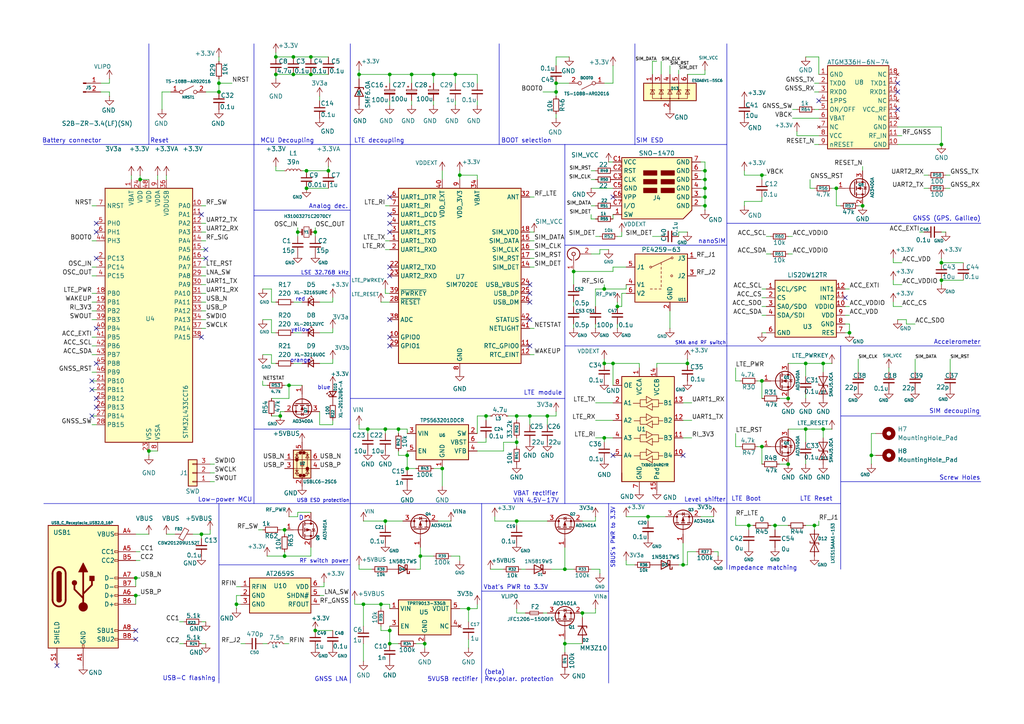
<source format=kicad_sch>
(kicad_sch (version 20250114) (generator "eeschema") (generator_version "9.0")
  (paper "A4")
  (title_block (title "Bicycle loss LTE&GNSS tracker ") (date "2025-03-22") (rev "0.3 alpha") (company "Deniel"))
  (text "SMA and RF switch" (at 203.2 99.568 0) (effects (font (size 1.016 1.016))))
  (text "LTE Reset" (at 236.728 144.78 0) (effects (font (size 1.27 1.27))))
  (text "Battery connector" (at 20.828 40.894 0) (effects (font (size 1.27 1.27))))
  (text "Screw Holes" (at 278.384 138.684 0) (effects (font (size 1.27 1.27))))
  (text "VBAT rectifier\nVIN 4.5V-17V" (at 155.448 144.272 0) (effects (font (size 1.27 1.27))))
  (text "MCU Decoupling" (at 83.312 40.894 0) (effects (font (size 1.27 1.27))))
  (text "RF switch power" (at 93.98 162.814 0) (effects (font (size 1.143 1.143))))
  (text "GNSS LNA" (at 96.012 197.104 0) (effects (font (size 1.27 1.27))))
  (text "LTE decoupling" (at 109.982 40.894 0) (effects (font (size 1.27 1.27))))
  (text "5VUSB rectifier" (at 131.318 197.104 0) (effects (font (size 1.27 1.27))))
  (text "Rectifier eco mode\n\nL=4.7uH\n6V 272mA (transition load current)\n9V 383mA\n12V 439mA" (at 204.978 243.078 0) (effects (font (size 1.27 1.27))))
  (text "SIM ESD" (at 188.468 40.894 0) (effects (font (size 1.27 1.27))))
  (text "LTE Boot" (at 216.408 144.78 0) (effects (font (size 1.27 1.27))))
  (text "nanoSIM" (at 206.502 70.104 0) (effects (font (size 1.27 1.27))))
  (text "USB ESD protection" (at 93.726 145.288 0) (effects (font (size 1.016 1.016))))
  (text "Level shifter" (at 204.47 145.034 0) (effects (font (size 1.27 1.27))))
  (text "SIM decoupling" (at 276.86 119.38 0) (effects (font (size 1.27 1.27))))
  (text "Polarized 100u capacitor\nTAJD107K016RNJ\nC7223" (at 265.176 220.98 0) (effects (font (size 1.27 1.27))))
  (text "\n[Accelerometer]\nST\nLIS2DW12TR\nC189624\n\n1V8 regulator\nLN1134A182MR-G\nC141424\n\nTVS Diode\nSMF6.0A\nC2980406\n\nSIM Tray [Hanbo Electronic]\nSNO-1470\nC5310444\n\nAO3401A P ch\nC700954\n\nAO3400A N ch\nC347475" (at 235.712 242.062 0) (effects (font (size 1.27 1.27))))
  (text "Analog dec." (at 95.25 59.944 0) (effects (font (size 1.27 1.27))))
  (text "orange\n" (at 87.122 104.648 0) (effects (font (size 1.143 1.143))))
  (text "Connector with lock to ensure solid connection Vbat" (at 78.486 218.948 0) (effects (font (size 1.27 1.27))))
  (text "USB-C flashing" (at 54.864 196.85 0) (effects (font (size 1.27 1.27))))
  (text "LSE 32.768 kHz" (at 94.234 79.248 0) (effects (font (size 1.143 1.143))))
  (text "(beta)\nRev.polar. protection" (at 140.462 196.088 0) (effects (font (size 1.27 1.27)) (justify left)))
  (text "yellow\n" (at 87.122 95.758 0) (effects (font (size 1.143 1.143))))
  (text "Impedance matching" (at 221.234 164.846 0) (effects (font (size 1.27 1.27))))
  (text "Low-power MCU" (at 65.278 145.034 0) (effects (font (size 1.27 1.27))))
  (text "BOOT selection" (at 152.654 40.894 0) (effects (font (size 1.27 1.27))))
  (text "LTE module" (at 157.48 114.046 0) (effects (font (size 1.27 1.27))))
  (text "red" (at 87.122 86.868 0) (effects (font (size 1.143 1.143))))
  (text "GNSS (GPS, Galileo)" (at 274.574 63.5 0) (effects (font (size 1.27 1.27))))
  (text "Vbat's PWR to 3.3V" (at 149.606 170.434 0) (effects (font (size 1.27 1.27))))
  (text "NANO SIM XG6P H1.35\nC7529386\n\n[LSE]\nH31003271C2070CY\nC5361379" (at 206.756 226.314 0) (effects (font (size 1.27 1.27))))
  (text "Reset" (at 46.228 40.894 0) (effects (font (size 1.27 1.27))))
  (text "Accelerometer" (at 277.622 99.314 0) (effects (font (size 1.27 1.27))))
  (text "blue\n" (at 93.98 112.522 0) (effects (font (size 1.143 1.143))))
  (text "SBUS's PWR to 3.3V" (at 177.8 155.956 90) (effects (font (size 1.143 1.143))))
  (text "D" (at 87.376 150.368 0) (effects (font (size 1.27 1.27))))
  (junction (at 85.09 21.59))
  (junction (at 168.91 177.8))
  (junction (at 161.29 24.13))
  (junction (at 228.6 115.57))
  (junction (at 252.73 132.08))
  (junction (at 175.26 83.82))
  (junction (at 250.19 59.69))
  (junction (at 80.01 16.51))
  (junction (at 161.29 26.67))
  (junction (at 198.12 163.83))
  (junction (at 149.86 128.27))
  (junction (at 88.9 49.53))
  (junction (at 273.05 41.91))
  (junction (at 238.76 105.41))
  (junction (at 119.38 21.59))
  (junction (at 204.47 54.61))
  (junction (at 242.57 54.61))
  (junction (at 177.8 105.41))
  (junction (at 113.03 186.69))
  (junction (at 163.83 165.1))
  (junction (at 228.6 134.62))
  (junction (at 273.05 76.2))
  (junction (at 110.49 175.26))
  (junction (at 153.67 120.65))
  (junction (at 166.37 78.74))
  (junction (at 90.17 21.59))
  (junction (at 40.64 52.07))
  (junction (at 82.55 153.67))
  (junction (at 204.47 59.69))
  (junction (at 199.39 105.41))
  (junction (at 63.5 24.13))
  (junction (at 204.47 49.53))
  (junction (at 220.98 129.54))
  (junction (at 236.22 152.4))
  (junction (at 233.68 105.41))
  (junction (at 217.17 152.4))
  (junction (at 149.86 151.13))
  (junction (at 85.09 16.51))
  (junction (at 80.01 21.59))
  (junction (at 58.42 154.94))
  (junction (at 68.58 175.26))
  (junction (at 91.44 182.88))
  (junction (at 238.76 124.46))
  (junction (at 233.68 124.46))
  (junction (at 43.18 130.81))
  (junction (at 149.86 120.65))
  (junction (at 175.26 105.41))
  (junction (at 125.73 21.59))
  (junction (at 81.28 120.65))
  (junction (at 163.83 186.69))
  (junction (at 175.26 127))
  (junction (at 86.36 67.31))
  (junction (at 128.27 135.89))
  (junction (at 140.97 120.65))
  (junction (at 187.96 149.86))
  (junction (at 121.92 161.29))
  (junction (at 118.11 132.08))
  (junction (at 158.75 120.65))
  (junction (at 111.76 124.46))
  (junction (at 88.9 54.61))
  (junction (at 105.41 175.26))
  (junction (at 83.82 111.76))
  (junction (at 111.76 151.13))
  (junction (at 104.14 21.59))
  (junction (at 91.44 67.31))
  (junction (at 95.25 49.53))
  (junction (at 220.98 50.8))
  (junction (at 179.07 88.9))
  (junction (at 204.47 57.15))
  (junction (at 246.38 96.52))
  (junction (at 90.17 16.51))
  (junction (at 133.35 50.8))
  (junction (at 39.37 172.72))
  (junction (at 82.55 161.29))
  (junction (at 106.68 124.46))
  (junction (at 135.89 176.53))
  (junction (at 204.47 52.07))
  (junction (at 273.05 81.28))
  (junction (at 224.79 152.4))
  (junction (at 118.11 135.89))
  (junction (at 123.19 186.69))
  (junction (at 132.08 21.59))
  (junction (at 115.57 124.46))
  (junction (at 63.5 26.67))
  (junction (at 39.37 167.64))
  (junction (at 113.03 21.59))
  (junction (at 113.03 182.88))
  (junction (at 220.98 110.49))
  (no_connect (at 113.03 97.79))
  (no_connect (at 113.03 62.23))
  (no_connect (at 113.03 67.31))
  (no_connect (at 113.03 100.33))
  (no_connect (at 260.35 26.67))
  (no_connect (at 153.67 85.09))
  (no_connect (at 59.69 74.93))
  (no_connect (at 26.67 120.65))
  (no_connect (at 260.35 24.13))
  (no_connect (at 153.67 87.63))
  (no_connect (at 27.94 67.31))
  (no_connect (at 113.03 57.15))
  (no_connect (at 27.94 105.41))
  (no_connect (at 260.35 31.75))
  (no_connect (at 198.12 132.08))
  (no_connect (at 27.94 118.11))
  (no_connect (at 39.37 182.88))
  (no_connect (at 153.67 92.71))
  (no_connect (at 26.67 113.03))
  (no_connect (at 16.51 193.04))
  (no_connect (at 59.69 72.39))
  (no_connect (at 245.11 86.36))
  (no_connect (at 58.42 97.79))
  (no_connect (at 177.8 57.15))
  (no_connect (at 113.03 64.77))
  (no_connect (at 153.67 100.33))
  (no_connect (at 27.94 115.57))
  (no_connect (at 113.03 77.47))
  (no_connect (at 113.03 80.01))
  (no_connect (at 27.94 64.77))
  (no_connect (at 39.37 185.42))
  (no_connect (at 58.42 62.23))
  (no_connect (at 27.94 95.25))
  (no_connect (at 153.67 82.55))
  (no_connect (at 26.67 110.49))
  (no_connect (at 27.94 74.93))
  (no_connect (at 113.03 92.71))
  (no_connect (at 237.49 29.21))
  (no_connect (at 177.8 132.08))
  (wire (pts (xy 118.11 132.08) (xy 118.11 130.81)))
  (wire (pts (xy 173.99 72.39) (xy 173.99 73.66)))
  (wire (pts (xy 222.25 68.58) (xy 223.52 68.58)))
  (polyline (pts (xy 163.83 71.12) (xy 210.82 71.12)))
  (wire (pts (xy 111.76 124.46) (xy 115.57 124.46)))
  (wire (pts (xy 266.7 67.31) (xy 267.97 67.31)))
  (wire (pts (xy 185.42 105.41) (xy 185.42 106.68)))
  (wire (pts (xy 203.2 59.69) (xy 204.47 59.69)))
  (wire (pts (xy 199.39 104.14) (xy 199.39 105.41)))
  (polyline (pts (xy 63.5 146.05) (xy 63.5 196.85)))
  (wire (pts (xy 120.65 186.69) (xy 123.19 186.69)))
  (wire (pts (xy 204.47 59.69) (xy 204.47 60.96)))
  (wire (pts (xy 165.1 24.13) (xy 161.29 24.13)))
  (wire (pts (xy 245.11 93.98) (xy 246.38 93.98)))
  (polyline (pts (xy 139.7 146.05) (xy 139.7 196.85)))
  (wire (pts (xy 252.73 132.08) (xy 252.73 134.62)))
  (wire (pts (xy 260.35 39.37) (xy 261.62 39.37)))
  (wire (pts (xy 179.07 68.58) (xy 180.34 68.58)))
  (wire (pts (xy 259.08 88.9) (xy 261.62 88.9)))
  (wire (pts (xy 38.1 50.8) (xy 38.1 52.07)))
  (wire (pts (xy 228.6 73.66) (xy 229.87 73.66)))
  (wire (pts (xy 171.45 63.5) (xy 172.72 63.5)))
  (polyline (pts (xy 144.78 12.7) (xy 144.78 41.91)))
  (wire (pts (xy 259.08 74.93) (xy 259.08 76.2)))
  (wire (pts (xy 213.36 125.73) (xy 213.36 129.54)))
  (wire (pts (xy 153.67 74.93) (xy 154.94 74.93)))
  (wire (pts (xy 166.37 95.25) (xy 166.37 93.98)))
  (wire (pts (xy 58.42 180.34) (xy 59.69 180.34)))
  (wire (pts (xy 118.11 135.89) (xy 120.65 135.89)))
  (wire (pts (xy 158.75 120.65) (xy 158.75 123.19)))
  (polyline (pts (xy 243.84 100.33) (xy 243.84 146.05)))
  (polyline (pts (xy 163.83 115.57) (xy 163.83 146.05)))
  (wire (pts (xy 220.98 91.44) (xy 222.25 91.44)))
  (wire (pts (xy 76.2 102.87) (xy 78.74 102.87)))
  (polyline (pts (xy 210.82 71.12) (xy 210.82 96.774)))
  (wire (pts (xy 26.67 107.95) (xy 27.94 107.95)))
  (wire (pts (xy 245.11 96.52) (xy 246.38 96.52)))
  (wire (pts (xy 135.89 176.53) (xy 133.35 176.53)))
  (wire (pts (xy 58.42 92.71) (xy 59.69 92.71)))
  (wire (pts (xy 273.05 82.55) (xy 273.05 81.28)))
  (wire (pts (xy 252.73 125.73) (xy 252.73 132.08)))
  (wire (pts (xy 260.35 41.91) (xy 273.05 41.91)))
  (wire (pts (xy 63.5 24.13) (xy 63.5 26.67)))
  (wire (pts (xy 238.76 105.41) (xy 238.76 107.95)))
  (wire (pts (xy 274.32 50.8) (xy 275.59 50.8)))
  (wire (pts (xy 43.18 130.81) (xy 45.72 130.81)))
  (wire (pts (xy 228.6 105.41) (xy 233.68 105.41)))
  (wire (pts (xy 177.8 105.41) (xy 177.8 111.76)))
  (wire (pts (xy 223.52 152.4) (xy 224.79 152.4)))
  (wire (pts (xy 172.72 127) (xy 175.26 127)))
  (wire (pts (xy 166.37 78.74) (xy 166.37 82.55)))
  (wire (pts (xy 78.74 115.57) (xy 83.82 115.57)))
  (wire (pts (xy 233.68 115.57) (xy 233.68 114.3)))
  (wire (pts (xy 161.29 119.38) (xy 161.29 120.65)))
  (wire (pts (xy 83.82 111.76) (xy 83.82 115.57)))
  (polyline (pts (xy 184.15 41.91) (xy 210.82 41.91)))
  (wire (pts (xy 260.35 36.83) (xy 273.05 36.83)))
  (wire (pts (xy 91.44 67.31) (xy 91.44 68.58)))
  (wire (pts (xy 104.14 163.83) (xy 104.14 165.1)))
  (wire (pts (xy 113.03 21.59) (xy 119.38 21.59)))
  (wire (pts (xy 189.23 17.78) (xy 189.23 21.59)))
  (wire (pts (xy 149.86 120.65) (xy 149.86 121.92)))
  (wire (pts (xy 179.07 88.9) (xy 180.34 88.9)))
  (wire (pts (xy 82.55 111.76) (xy 83.82 111.76)))
  (wire (pts (xy 26.67 87.63) (xy 27.94 87.63)))
  (wire (pts (xy 62.23 139.7) (xy 60.96 139.7)))
  (polyline (pts (xy 74.93 41.91) (xy 101.6 41.91)))
  (wire (pts (xy 48.26 50.8) (xy 48.26 52.07)))
  (wire (pts (xy 220.98 57.15) (xy 220.98 58.42)))
  (wire (pts (xy 125.73 21.59) (xy 132.08 21.59)))
  (wire (pts (xy 26.67 77.47) (xy 27.94 77.47)))
  (wire (pts (xy 181.61 149.86) (xy 187.96 149.86)))
  (wire (pts (xy 153.67 77.47) (xy 154.94 77.47)))
  (wire (pts (xy 86.36 148.59) (xy 90.17 148.59)))
  (wire (pts (xy 228.6 124.46) (xy 233.68 124.46)))
  (wire (pts (xy 236.22 24.13) (xy 237.49 24.13)))
  (wire (pts (xy 140.97 128.27) (xy 138.43 128.27)))
  (wire (pts (xy 267.97 54.61) (xy 269.24 54.61)))
  (wire (pts (xy 81.28 119.38) (xy 82.55 119.38)))
  (polyline (pts (xy 101.6 146.05) (xy 139.7 146.05)))
  (polyline (pts (xy 101.6 41.91) (xy 163.83 41.91)))
  (wire (pts (xy 179.07 88.9) (xy 179.07 87.63)))
  (wire (pts (xy 140.97 120.65) (xy 142.24 120.65)))
  (wire (pts (xy 121.92 161.29) (xy 125.73 161.29)))
  (wire (pts (xy 199.39 160.02) (xy 199.39 163.83)))
  (wire (pts (xy 26.67 85.09) (xy 27.94 85.09)))
  (wire (pts (xy 111.76 124.46) (xy 111.76 125.73)))
  (polyline (pts (xy 73.66 12.7) (xy 73.66 146.05)))
  (wire (pts (xy 96.52 104.14) (xy 96.52 105.41)))
  (wire (pts (xy 78.74 102.87) (xy 78.74 105.41)))
  (polyline (pts (xy 73.66 80.01) (xy 101.6 80.01)))
  (wire (pts (xy 111.76 72.39) (xy 113.03 72.39)))
  (wire (pts (xy 132.08 21.59) (xy 138.43 21.59)))
  (wire (pts (xy 104.14 123.19) (xy 104.14 124.46)))
  (wire (pts (xy 43.18 130.81) (xy 43.18 132.08)))
  (wire (pts (xy 196.85 20.32) (xy 196.85 21.59)))
  (wire (pts (xy 26.67 102.87) (xy 27.94 102.87)))
  (wire (pts (xy 181.61 163.83) (xy 184.15 163.83)))
  (wire (pts (xy 234.95 54.61) (xy 236.22 54.61)))
  (wire (pts (xy 119.38 21.59) (xy 125.73 21.59)))
  (wire (pts (xy 252.73 132.08) (xy 254 132.08)))
  (wire (pts (xy 274.32 54.61) (xy 275.59 54.61)))
  (wire (pts (xy 149.86 120.65) (xy 153.67 120.65)))
  (wire (pts (xy 26.67 92.71) (xy 27.94 92.71)))
  (polyline (pts (xy 210.82 64.77) (xy 284.48 64.77)))
  (wire (pts (xy 260.35 92.71) (xy 262.89 92.71)))
  (wire (pts (xy 104.14 21.59) (xy 113.03 21.59)))
  (wire (pts (xy 111.76 85.09) (xy 113.03 85.09)))
  (wire (pts (xy 213.36 149.86) (xy 213.36 152.4)))
  (wire (pts (xy 58.42 82.55) (xy 59.69 82.55)))
  (wire (pts (xy 175.26 104.14) (xy 175.26 105.41)))
  (wire (pts (xy 69.85 186.69) (xy 71.12 186.69)))
  (wire (pts (xy 92.71 123.19) (xy 96.52 123.19)))
  (wire (pts (xy 142.24 165.1) (xy 146.05 165.1)))
  (wire (pts (xy 58.42 80.01) (xy 59.69 80.01)))
  (wire (pts (xy 138.43 130.81) (xy 146.05 130.81)))
  (wire (pts (xy 58.42 64.77) (xy 59.69 64.77)))
  (wire (pts (xy 231.14 39.37) (xy 237.49 39.37)))
  (wire (pts (xy 82.55 161.29) (xy 90.17 161.29)))
  (wire (pts (xy 88.9 54.61) (xy 95.25 54.61)))
  (wire (pts (xy 133.35 161.29) (xy 133.35 162.56)))
  (wire (pts (xy 26.67 80.01) (xy 27.94 80.01)))
  (wire (pts (xy 224.79 152.4) (xy 228.6 152.4)))
  (wire (pts (xy 125.73 21.59) (xy 125.73 24.13)))
  (wire (pts (xy 190.5 17.78) (xy 189.23 17.78)))
  (wire (pts (xy 81.28 153.67) (xy 82.55 153.67)))
  (wire (pts (xy 90.17 21.59) (xy 95.25 21.59)))
  (wire (pts (xy 161.29 27.94) (xy 161.29 26.67)))
  (wire (pts (xy 153.67 120.65) (xy 153.67 123.19)))
  (wire (pts (xy 245.11 83.82) (xy 246.38 83.82)))
  (polyline (pts (xy 63.5 163.83) (xy 101.6 163.83)))
  (wire (pts (xy 133.35 49.53) (xy 133.35 50.8)))
  (wire (pts (xy 81.28 119.38) (xy 81.28 120.65)))
  (wire (pts (xy 163.83 186.69) (xy 163.83 189.23)))
  (wire (pts (xy 173.99 165.1) (xy 173.99 166.37)))
  (wire (pts (xy 262.89 93.98) (xy 265.43 93.98)))
  (polyline (pts (xy 12.7 146.05) (xy 101.6 146.05)))
  (wire (pts (xy 275.59 104.14) (xy 275.59 107.95)))
  (wire (pts (xy 245.11 88.9) (xy 246.38 88.9)))
  (wire (pts (xy 111.76 69.85) (xy 113.03 69.85)))
  (polyline (pts (xy 210.82 96.774) (xy 210.82 165.1)))
  (polyline (pts (xy 101.6 12.7) (xy 101.6 146.05)))
  (wire (pts (xy 26.67 123.19) (xy 27.94 123.19)))
  (wire (pts (xy 259.08 76.2) (xy 261.62 76.2)))
  (wire (pts (xy 58.42 87.63) (xy 59.69 87.63)))
  (wire (pts (xy 176.53 72.39) (xy 173.99 72.39)))
  (wire (pts (xy 123.19 187.96) (xy 123.19 186.69)))
  (wire (pts (xy 153.67 120.65) (xy 158.75 120.65)))
  (wire (pts (xy 125.73 135.89) (xy 128.27 135.89)))
  (wire (pts (xy 68.58 172.72) (xy 68.58 175.26)))
  (polyline (pts (xy 210.82 146.05) (xy 243.84 146.05)))
  (wire (pts (xy 196.85 67.31) (xy 196.85 68.58)))
  (wire (pts (xy 115.57 124.46) (xy 115.57 125.73)))
  (wire (pts (xy 138.43 120.65) (xy 140.97 120.65)))
  (wire (pts (xy 26.67 59.69) (xy 27.94 59.69)))
  (wire (pts (xy 176.53 46.99) (xy 177.8 46.99)))
  (polyline (pts (xy 12.7 41.91) (xy 74.93 41.91)))
  (wire (pts (xy 233.68 105.41) (xy 233.68 109.22)))
  (polyline (pts (xy 139.7 196.85) (xy 139.7 198.12)))
  (wire (pts (xy 168.91 177.8) (xy 172.72 177.8)))
  (wire (pts (xy 204.47 57.15) (xy 204.47 59.69)))
  (wire (pts (xy 245.11 91.44) (xy 246.38 91.44)))
  (wire (pts (xy 63.5 22.86) (xy 63.5 24.13)))
  (wire (pts (xy 226.06 134.62) (xy 228.6 134.62)))
  (wire (pts (xy 229.87 31.75) (xy 231.14 31.75)))
  (wire (pts (xy 92.71 27.94) (xy 92.71 29.21)))
  (wire (pts (xy 121.92 161.29) (xy 121.92 165.1)))
  (wire (pts (xy 86.36 149.86) (xy 86.36 148.59)))
  (wire (pts (xy 181.61 162.56) (xy 181.61 163.83)))
  (wire (pts (xy 204.47 46.99) (xy 204.47 49.53)))
  (wire (pts (xy 149.86 177.8) (xy 152.4 177.8)))
  (wire (pts (xy 166.37 88.9) (xy 166.37 87.63)))
  (polyline (pts (xy 139.7 171.45) (xy 176.53 171.45)))
  (wire (pts (xy 172.72 116.84) (xy 177.8 116.84)))
  (wire (pts (xy 187.96 151.13) (xy 187.96 149.86)))
  (wire (pts (xy 92.71 96.52) (xy 96.52 96.52)))
  (wire (pts (xy 58.42 67.31) (xy 59.69 67.31)))
  (wire (pts (xy 233.68 134.62) (xy 233.68 133.35)))
  (wire (pts (xy 105.41 175.26) (xy 105.41 181.61)))
  (wire (pts (xy 236.22 41.91) (xy 237.49 41.91)))
  (wire (pts (xy 140.97 127) (xy 140.97 128.27)))
  (wire (pts (xy 246.38 93.98) (xy 246.38 96.52)))
  (wire (pts (xy 180.34 85.09) (xy 180.34 88.9)))
  (polyline (pts (xy 243.84 146.05) (xy 243.84 165.1)))
  (wire (pts (xy 259.08 82.55) (xy 261.62 82.55)))
  (polyline (pts (xy 210.82 12.7) (xy 210.82 71.12)))
  (wire (pts (xy 40.64 50.8) (xy 40.64 52.07)))
  (wire (pts (xy 220.98 110.49) (xy 220.98 115.57)))
  (wire (pts (xy 68.58 175.26) (xy 68.58 176.53)))
  (wire (pts (xy 160.02 165.1) (xy 163.83 165.1)))
  (wire (pts (xy 110.49 182.88) (xy 113.03 182.88)))
  (wire (pts (xy 45.72 50.8) (xy 45.72 52.07)))
  (wire (pts (xy 208.28 160.02) (xy 208.28 161.29)))
  (wire (pts (xy 220.98 83.82) (xy 222.25 83.82)))
  (wire (pts (xy 161.29 26.67) (xy 161.29 24.13)))
  (wire (pts (xy 236.22 152.4) (xy 237.49 152.4)))
  (wire (pts (xy 130.81 151.13) (xy 127 151.13)))
  (wire (pts (xy 189.23 68.58) (xy 191.77 68.58)))
  (wire (pts (xy 80.01 21.59) (xy 80.01 22.86)))
  (wire (pts (xy 222.25 73.66) (xy 223.52 73.66)))
  (wire (pts (xy 138.43 50.8) (xy 138.43 52.07)))
  (wire (pts (xy 175.26 82.55) (xy 175.26 83.82)))
  (wire (pts (xy 153.67 69.85) (xy 154.94 69.85)))
  (wire (pts (xy 39.37 154.94) (xy 43.18 154.94)))
  (wire (pts (xy 153.67 72.39) (xy 154.94 72.39)))
  (wire (pts (xy 121.92 158.75) (xy 121.92 161.29)))
  (wire (pts (xy 147.32 120.65) (xy 149.86 120.65)))
  (wire (pts (xy 215.9 58.42) (xy 220.98 58.42)))
  (wire (pts (xy 46.99 31.75) (xy 46.99 26.67)))
  (wire (pts (xy 172.72 151.13) (xy 172.72 149.86)))
  (wire (pts (xy 58.42 154.94) (xy 60.96 154.94)))
  (wire (pts (xy 158.75 120.65) (xy 161.29 120.65)))
  (wire (pts (xy 92.71 172.72) (xy 93.98 172.72)))
  (wire (pts (xy 228.6 68.58) (xy 229.87 68.58)))
  (wire (pts (xy 220.98 129.54) (xy 220.98 134.62)))
  (wire (pts (xy 177.8 19.05) (xy 177.8 24.13)))
  (wire (pts (xy 196.85 163.83) (xy 198.12 163.83)))
  (wire (pts (xy 215.9 49.53) (xy 215.9 50.8)))
  (polyline (pts (xy 163.83 41.91) (xy 163.83 115.57)))
  (wire (pts (xy 231.14 38.1) (xy 231.14 39.37)))
  (wire (pts (xy 92.71 105.41) (xy 96.52 105.41)))
  (wire (pts (xy 93.98 170.18) (xy 93.98 168.91)))
  (wire (pts (xy 96.52 86.36) (xy 96.52 87.63)))
  (wire (pts (xy 92.71 170.18) (xy 93.98 170.18)))
  (wire (pts (xy 111.76 151.13) (xy 116.84 151.13)))
  (wire (pts (xy 140.97 120.65) (xy 140.97 121.92)))
  (wire (pts (xy 119.38 29.21) (xy 119.38 30.48)))
  (wire (pts (xy 104.14 20.32) (xy 104.14 21.59)))
  (wire (pts (xy 55.88 154.94) (xy 58.42 154.94)))
  (wire (pts (xy 238.76 124.46) (xy 241.3 124.46)))
  (wire (pts (xy 102.87 175.26) (xy 102.87 173.99)))
  (wire (pts (xy 87.63 49.53) (xy 88.9 49.53)))
  (polyline (pts (xy 210.82 100.33) (xy 284.48 100.33)))
  (wire (pts (xy 194.31 19.05) (xy 194.31 21.59)))
  (wire (pts (xy 68.58 172.72) (xy 69.85 172.72)))
  (wire (pts (xy 236.22 26.67) (xy 237.49 26.67)))
  (wire (pts (xy 68.58 175.26) (xy 69.85 175.26)))
  (wire (pts (xy 85.09 16.51) (xy 90.17 16.51)))
  (wire (pts (xy 213.36 129.54) (xy 214.63 129.54)))
  (wire (pts (xy 157.48 177.8) (xy 158.75 177.8)))
  (wire (pts (xy 119.38 21.59) (xy 119.38 24.13)))
  (wire (pts (xy 175.26 127) (xy 177.8 127)))
  (wire (pts (xy 153.67 95.25) (xy 154.94 95.25)))
  (wire (pts (xy 149.86 128.27) (xy 149.86 129.54)))
  (wire (pts (xy 58.42 74.93) (xy 59.69 74.93)))
  (wire (pts (xy 233.68 16.51) (xy 237.49 16.51)))
  (wire (pts (xy 26.67 97.79) (xy 27.94 97.79)))
  (wire (pts (xy 257.81 106.68) (xy 257.81 107.95)))
  (wire (pts (xy 85.09 105.41) (xy 87.63 105.41)))
  (wire (pts (xy 172.72 83.82) (xy 175.26 83.82)))
  (wire (pts (xy 175.26 127) (xy 175.26 128.27)))
  (wire (pts (xy 63.5 24.13) (xy 67.31 24.13)))
  (wire (pts (xy 267.97 50.8) (xy 269.24 50.8)))
  (wire (pts (xy 106.68 124.46) (xy 111.76 124.46)))
  (wire (pts (xy 217.17 152.4) (xy 218.44 152.4)))
  (wire (pts (xy 113.03 182.88) (xy 113.03 186.69)))
  (polyline (pts (xy 163.83 41.91) (xy 184.15 41.91)))
  (wire (pts (xy 226.06 115.57) (xy 228.6 115.57)))
  (wire (pts (xy 262.89 92.71) (xy 262.89 93.98)))
  (wire (pts (xy 48.26 154.94) (xy 50.8 154.94)))
  (wire (pts (xy 149.86 127) (xy 149.86 128.27)))
  (wire (pts (xy 111.76 83.82) (xy 111.76 85.09)))
  (wire (pts (xy 163.83 158.75) (xy 163.83 165.1)))
  (wire (pts (xy 74.93 153.67) (xy 76.2 153.67)))
  (wire (pts (xy 171.45 73.66) (xy 173.99 73.66)))
  (wire (pts (xy 92.71 119.38) (xy 92.71 123.19)))
  (wire (pts (xy 39.37 162.56) (xy 40.64 162.56)))
  (wire (pts (xy 58.42 72.39) (xy 59.69 72.39)))
  (wire (pts (xy 166.37 78.74) (xy 177.8 78.74)))
  (wire (pts (xy 86.36 66.04) (xy 86.36 67.31)))
  (polyline (pts (xy 176.53 146.05) (xy 176.53 171.45)))
  (wire (pts (xy 215.9 59.69) (xy 215.9 58.42)))
  (wire (pts (xy 219.71 129.54) (xy 220.98 129.54)))
  (wire (pts (xy 181.61 82.55) (xy 181.61 83.82)))
  (polyline (pts (xy 243.84 120.65) (xy 284.48 120.65)))
  (wire (pts (xy 83.82 111.76) (xy 87.63 111.76)))
  (wire (pts (xy 85.09 87.63) (xy 87.63 87.63)))
  (wire (pts (xy 110.49 182.88) (xy 110.49 181.61)))
  (wire (pts (xy 133.35 50.8) (xy 133.35 52.07)))
  (wire (pts (xy 39.37 167.64) (xy 40.64 167.64)))
  (wire (pts (xy 58.42 90.17) (xy 59.69 90.17)))
  (wire (pts (xy 115.57 132.08) (xy 115.57 130.81)))
  (wire (pts (xy 63.5 16.51) (xy 63.5 17.78)))
  (polyline (pts (xy 43.18 12.7) (xy 43.18 41.91)))
  (wire (pts (xy 190.5 105.41) (xy 190.5 106.68)))
  (wire (pts (xy 220.98 88.9) (xy 222.25 88.9)))
  (wire (pts (xy 204.47 52.07) (xy 204.47 54.61)))
  (wire (pts (xy 207.01 149.86) (xy 203.2 149.86)))
  (wire (pts (xy 113.03 175.26) (xy 113.03 176.53)))
  (wire (pts (xy 80.01 48.26) (xy 80.01 49.53)))
  (wire (pts (xy 26.67 69.85) (xy 27.94 69.85)))
  (wire (pts (xy 190.5 105.41) (xy 199.39 105.41)))
  (wire (pts (xy 91.44 66.04) (xy 91.44 67.31)))
  (wire (pts (xy 128.27 49.53) (xy 128.27 52.07)))
  (wire (pts (xy 78.74 105.41) (xy 80.01 105.41)))
  (wire (pts (xy 39.37 167.64) (xy 39.37 170.18)))
  (wire (pts (xy 62.23 137.16) (xy 60.96 137.16)))
  (wire (pts (xy 92.71 87.63) (xy 96.52 87.63)))
  (wire (pts (xy 83.82 149.86) (xy 86.36 149.86)))
  (wire (pts (xy 199.39 21.59) (xy 204.47 21.59)))
  (wire (pts (xy 220.98 86.36) (xy 222.25 86.36)))
  (wire (pts (xy 26.67 113.03) (xy 27.94 113.03)))
  (wire (pts (xy 76.2 110.49) (xy 76.2 111.76)))
  (polyline (pts (xy 176.53 171.45) (xy 176.53 198.12)))
  (wire (pts (xy 90.17 16.51) (xy 95.25 16.51)))
  (wire (pts (xy 171.45 59.69) (xy 172.72 59.69)))
  (wire (pts (xy 161.29 16.51) (xy 161.29 19.05)))
  (wire (pts (xy 208.28 160.02) (xy 207.01 160.02)))
  (wire (pts (xy 26.67 110.49) (xy 27.94 110.49)))
  (wire (pts (xy 204.47 20.32) (xy 204.47 21.59)))
  (wire (pts (xy 171.45 52.07) (xy 172.72 52.07)))
  (wire (pts (xy 203.2 54.61) (xy 204.47 54.61)))
  (wire (pts (xy 135.89 185.42) (xy 135.89 187.96)))
  (wire (pts (xy 78.74 87.63) (xy 80.01 87.63)))
  (wire (pts (xy 198.12 127) (xy 200.66 127)))
  (wire (pts (xy 177.8 77.47) (xy 181.61 77.47)))
  (wire (pts (xy 161.29 34.29) (xy 161.29 33.02)))
  (wire (pts (xy 58.42 59.69) (xy 59.69 59.69)))
  (wire (pts (xy 238.76 105.41) (xy 241.3 105.41)))
  (wire (pts (xy 241.3 54.61) (xy 242.57 54.61)))
  (wire (pts (xy 52.07 186.69) (xy 53.34 186.69)))
  (wire (pts (xy 220.98 50.8) (xy 222.25 50.8)))
  (wire (pts (xy 39.37 172.72) (xy 39.37 175.26)))
  (wire (pts (xy 26.67 100.33) (xy 27.94 100.33)))
  (wire (pts (xy 60.96 153.67) (xy 60.96 154.94)))
  (wire (pts (xy 203.2 52.07) (xy 204.47 52.07)))
  (wire (pts (xy 252.73 125.73) (xy 254 125.73)))
  (wire (pts (xy 82.55 160.02) (xy 82.55 161.29)))
  (wire (pts (xy 113.03 21.59) (xy 113.03 24.13)))
  (wire (pts (xy 128.27 140.97) (xy 128.27 135.89)))
  (wire (pts (xy 76.2 111.76) (xy 77.47 111.76)))
  (wire (pts (xy 171.45 54.61) (xy 177.8 54.61)))
  (wire (pts (xy 29.21 26.67) (xy 31.75 26.67)))
  (wire (pts (xy 220.98 50.8) (xy 220.98 52.07)))
  (wire (pts (xy 259.08 81.28) (xy 259.08 82.55)))
  (wire (pts (xy 95.25 48.26) (xy 95.25 49.53)))
  (wire (pts (xy 172.72 176.53) (xy 172.72 177.8)))
  (wire (pts (xy 138.43 120.65) (xy 138.43 125.73)))
  (wire (pts (xy 233.68 124.46) (xy 238.76 124.46)))
  (wire (pts (xy 138.43 176.53) (xy 135.89 176.53)))
  (wire (pts (xy 273.05 81.28) (xy 279.4 81.28)))
  (wire (pts (xy 152.4 165.1) (xy 151.13 165.1)))
  (wire (pts (xy 31.75 22.86) (xy 31.75 24.13)))
  (wire (pts (xy 111.76 59.69) (xy 113.03 59.69)))
  (wire (pts (xy 199.39 160.02) (xy 201.93 160.02)))
  (wire (pts (xy 52.07 180.34) (xy 53.34 180.34)))
  (wire (pts (xy 203.2 49.53) (xy 204.47 49.53)))
  (wire (pts (xy 153.67 102.87) (xy 154.94 102.87)))
  (wire (pts (xy 198.12 121.92) (xy 200.66 121.92)))
  (wire (pts (xy 132.08 29.21) (xy 132.08 30.48)))
  (wire (pts (xy 177.8 24.13) (xy 175.26 24.13)))
  (wire (pts (xy 125.73 29.21) (xy 125.73 30.48)))
  (wire (pts (xy 68.58 170.18) (xy 69.85 170.18)))
  (polyline (pts (xy 73.66 124.46) (xy 101.6 124.46)))
  (wire (pts (xy 229.87 34.29) (xy 237.49 34.29)))
  (wire (pts (xy 146.05 128.27) (xy 149.86 128.27)))
  (wire (pts (xy 172.72 68.58) (xy 173.99 68.58)))
  (wire (pts (xy 143.51 151.13) (xy 149.86 151.13)))
  (wire (pts (xy 82.55 186.69) (xy 83.82 186.69)))
  (wire (pts (xy 85.09 96.52) (xy 87.63 96.52)))
  (wire (pts (xy 171.45 63.5) (xy 171.45 62.23)))
  (wire (pts (xy 96.52 121.92) (xy 96.52 123.19)))
  (wire (pts (xy 177.8 105.41) (xy 185.42 105.41)))
  (wire (pts (xy 138.43 29.21) (xy 138.43 30.48)))
  (wire (pts (xy 78.74 120.65) (xy 81.28 120.65)))
  (wire (pts (xy 273.05 74.93) (xy 273.05 76.2)))
  (wire (pts (xy 217.17 152.4) (xy 217.17 153.67)))
  (wire (pts (xy 113.03 186.69) (xy 115.57 186.69)))
  (wire (pts (xy 58.42 95.25) (xy 59.69 95.25)))
  (wire (pts (xy 177.8 63.5) (xy 177.8 62.23)))
  (wire (pts (xy 198.12 157.48) (xy 198.12 163.83)))
  (wire (pts (xy 204.47 49.53) (xy 204.47 52.07)))
  (wire (pts (xy 91.44 182.88) (xy 96.52 182.88)))
  (wire (pts (xy 237.49 151.13) (xy 237.49 152.4)))
  (wire (pts (xy 115.57 124.46) (xy 118.11 124.46)))
  (polyline (pts (xy 184.15 12.7) (xy 184.15 41.91)))
  (wire (pts (xy 143.51 151.13) (xy 143.51 149.86)))
  (wire (pts (xy 149.86 152.4) (xy 149.86 151.13)))
  (wire (pts (xy 146.05 128.27) (xy 146.05 130.81)))
  (wire (pts (xy 132.08 21.59) (xy 132.08 24.13)))
  (polyline (pts (xy 101.6 115.57) (xy 163.83 115.57)))
  (wire (pts (xy 236.22 153.67) (xy 236.22 152.4)))
  (wire (pts (xy 133.35 50.8) (xy 138.43 50.8)))
  (wire (pts (xy 213.36 152.4) (xy 217.17 152.4)))
  (wire (pts (xy 273.05 67.31) (xy 274.32 67.31)))
  (wire (pts (xy 199.39 67.31) (xy 196.85 67.31)))
  (wire (pts (xy 110.49 175.26) (xy 110.49 176.53)))
  (wire (pts (xy 168.91 177.8) (xy 168.91 179.07)))
  (wire (pts (xy 78.74 92.71) (xy 78.74 96.52)))
  (wire (pts (xy 106.68 124.46) (xy 106.68 125.73)))
  (wire (pts (xy 111.76 152.4) (xy 111.76 151.13)))
  (polyline (pts (xy 243.84 139.7) (xy 284.48 139.7)))
  (wire (pts (xy 180.34 85.09) (xy 181.61 85.09)))
  (polyline (pts (xy 176.53 146.05) (xy 210.82 146.05)))
  (wire (pts (xy 149.86 151.13) (xy 158.75 151.13)))
  (wire (pts (xy 219.71 110.49) (xy 220.98 110.49)))
  (wire (pts (xy 39.37 172.72) (xy 40.64 172.72)))
  (wire (pts (xy 213.36 106.68) (xy 213.36 110.49)))
  (wire (pts (xy 40.64 52.07) (xy 43.18 52.07)))
  (wire (pts (xy 26.67 90.17) (xy 27.94 90.17)))
  (wire (pts (xy 203.2 57.15) (xy 204.47 57.15)))
  (wire (pts (xy 138.43 176.53) (xy 138.43 175.26)))
  (wire (pts (xy 175.26 83.82) (xy 181.61 83.82)))
  (wire (pts (xy 242.57 54.61) (xy 242.57 59.69)))
  (wire (pts (xy 171.45 49.53) (xy 172.72 49.53)))
  (wire (pts (xy 58.42 154.94) (xy 58.42 156.21)))
  (wire (pts (xy 163.83 165.1) (xy 166.37 165.1)))
  (wire (pts (xy 171.45 165.1) (xy 173.99 165.1)))
  (wire (pts (xy 105.41 191.77) (xy 105.41 186.69)))
  (wire (pts (xy 31.75 24.13) (xy 29.21 24.13)))
  (wire (pts (xy 234.95 52.07) (xy 234.95 54.61)))
  (wire (pts (xy 237.49 16.51) (xy 237.49 21.59)))
  (wire (pts (xy 26.67 120.65) (xy 27.94 120.65)))
  (wire (pts (xy 78.74 96.52) (xy 80.01 96.52)))
  (wire (pts (xy 78.74 83.82) (xy 78.74 87.63)))
  (wire (pts (xy 238.76 124.46) (xy 238.76 127)))
  (wire (pts (xy 80.01 16.51) (xy 85.09 16.51)))
  (wire (pts (xy 80.01 15.24) (xy 80.01 16.51)))
  (wire (pts (xy 172.72 121.92) (xy 177.8 121.92)))
  (wire (pts (xy 248.92 59.69) (xy 250.19 59.69)))
  (wire (pts (xy 39.37 160.02) (xy 40.64 160.02)))
  (wire (pts (xy 62.23 134.62) (xy 60.96 134.62)))
  (wire (pts (xy 187.96 149.86) (xy 193.04 149.86)))
  (wire (pts (xy 236.22 31.75) (xy 237.49 31.75)))
  (wire (pts (xy 118.11 132.08) (xy 118.11 135.89)))
  (polyline (pts (xy 63.5 196.85) (xy 63.5 198.12)))
  (wire (pts (xy 118.11 124.46) (xy 118.11 125.73)))
  (polyline (pts (xy 163.83 100.33) (xy 210.82 100.33)))
  (polyline (pts (xy 73.66 60.96) (xy 101.6 60.96)))
  (wire (pts (xy 198.12 116.84) (xy 200.66 116.84)))
  (wire (pts (xy 113.03 29.21) (xy 113.03 30.48)))
  (wire (pts (xy 102.87 175.26) (xy 105.41 175.26)))
  (wire (pts (xy 233.68 105.41) (xy 238.76 105.41)))
  (wire (pts (xy 58.42 69.85) (xy 59.69 69.85)))
  (wire (pts (xy 172.72 93.98) (xy 172.72 95.25)))
  (wire (pts (xy 153.67 67.31) (xy 154.94 67.31)))
  (wire (pts (xy 213.36 110.49) (xy 214.63 110.49)))
  (polyline (pts (xy 101.6 146.05) (xy 101.6 198.12)))
  (wire (pts (xy 248.92 104.14) (xy 248.92 107.95)))
  (wire (pts (xy 105.41 151.13) (xy 111.76 151.13)))
  (wire (pts (xy 82.55 153.67) (xy 82.55 154.94)))
  (wire (pts (xy 31.75 26.67) (xy 31.75 27.94)))
  (wire (pts (xy 58.42 186.69) (xy 59.69 186.69)))
  (wire (pts (xy 203.2 46.99) (xy 204.47 46.99)))
  (wire (pts (xy 85.09 21.59) (xy 90.17 21.59)))
  (wire (pts (xy 161.29 26.67) (xy 157.48 26.67)))
  (wire (pts (xy 224.79 152.4) (xy 224.79 153.67)))
  (wire (pts (xy 273.05 36.83) (xy 273.05 41.91)))
  (polyline (pts (xy 139.7 146.05) (xy 176.53 146.05)))
  (wire (pts (xy 204.47 54.61) (xy 204.47 57.15)))
  (wire (pts (xy 250.19 48.26) (xy 250.19 49.53)))
  (wire (pts (xy 105.41 175.26) (xy 110.49 175.26)))
  (wire (pts (xy 80.01 21.59) (xy 85.09 21.59)))
  (wire (pts (xy 76.2 92.71) (xy 78.74 92.71)))
  (wire (pts (xy 163.83 186.69) (xy 168.91 186.69)))
  (wire (pts (xy 168.91 151.13) (xy 172.72 151.13)))
  (wire (pts (xy 198.12 163.83) (xy 199.39 163.83)))
  (wire (pts (xy 179.07 95.25) (xy 179.07 93.98)))
  (wire (pts (xy 172.72 83.82) (xy 172.72 88.9)))
  (wire (pts (xy 215.9 50.8) (xy 220.98 50.8)))
  (wire (pts (xy 120.65 165.1) (xy 121.92 165.1)))
  (wire (pts (xy 104.14 21.59) (xy 104.14 22.86)))
  (wire (pts (xy 233.68 152.4) (xy 236.22 152.4)))
  (wire (pts (xy 90.17 158.75) (xy 90.17 161.29)))
  (wire (pts (xy 242.57 59.69) (xy 243.84 59.69)))
  (wire (pts (xy 149.86 177.8) (xy 149.86 176.53)))
  (wire (pts (xy 180.34 67.31) (xy 180.34 68.58)))
  (wire (pts (xy 153.67 57.15) (xy 154.94 57.15)))
  (wire (pts (xy 86.36 67.31) (xy 86.36 68.58)))
  (wire (pts (xy 58.42 77.47) (xy 59.69 77.47)))
  (wire (pts (xy 115.57 132.08) (xy 118.11 132.08)))
  (wire (pts (xy 58.42 85.09) (xy 59.69 85.09)))
  (wire (pts (xy 77.47 161.29) (xy 82.55 161.29)))
  (wire (pts (xy 175.26 105.41) (xy 177.8 105.41)))
  (wire (pts (xy 220.98 96.52) (xy 222.25 96.52)))
  (wire (pts (xy 110.49 87.63) (xy 113.03 87.63)))
  (wire (pts (xy 46.99 26.67) (xy 49.53 26.67)))
  (wire (pts (xy 233.68 124.46) (xy 233.68 128.27)))
  (wire (pts (xy 273.05 76.2) (xy 279.4 76.2)))
  (wire (pts (xy 113.03 182.88) (xy 113.03 181.61)))
  (wire (pts (xy 96.52 95.25) (xy 96.52 96.52)))
  (wire (pts (xy 59.69 26.67) (xy 63.5 26.67)))
  (wire (pts (xy 177.8 78.74) (xy 177.8 77.47)))
  (wire (pts (xy 110.49 175.26) (xy 113.03 175.26)))
  (wire (pts (xy 165.1 16.51) (xy 161.29 16.51)))
  (wire (pts (xy 191.77 17.78) (xy 191.77 21.59)))
  (wire (pts (xy 76.2 83.82) (xy 78.74 83.82)))
  (wire (pts (xy 163.83 185.42) (xy 163.83 186.69)))
  (wire (pts (xy 88.9 49.53) (xy 95.25 49.53)))
  (wire (pts (xy 259.08 87.63) (xy 259.08 88.9)))
  (wire (pts (xy 138.43 21.59) (xy 138.43 24.13)))
  (wire (pts (xy 265.43 104.14) (xy 265.43 107.95)))
  (wire (pts (xy 104.14 165.1) (xy 107.95 165.1)))
  (wire (pts (xy 194.31 90.17) (xy 194.31 95.25)))
  (wire (pts (xy 80.01 49.53) (xy 82.55 49.53)))
  (wire (pts (xy 76.2 186.69) (xy 77.47 186.69)))
  (wire (pts (xy 104.14 124.46) (xy 106.68 124.46)))
  (wire (pts (xy 135.89 176.53) (xy 135.89 180.34)))
  (wire (pts (xy 130.81 161.29) (xy 133.35 161.29)))
  (label "VBCK" (at 222.25 50.8 0))
  (label "SIM_CLK" (at 171.45 52.07 180) (effects (font (size 1.016 1.016))))
  (label "GNSS_RST" (at 26.67 107.95 180))
  (label "SWDIO" (at 59.69 92.71 0))
  (label "BOOT0" (at 26.67 69.85 180))
  (label "NETSTAT" (at 154.94 95.25 0))
  (label "GNSS_RST" (at 234.95 52.07 0))
  (label "RF_GNSS" (at 261.62 39.37 0))
  (label "USB_N" (at 82.55 133.35 180))
  (label "BOOT0" (at 157.48 26.67 180))
  (label "RF_GNSS" (at 92.71 175.26 0))
  (label "WAKEUP" (at 154.94 102.87 0))
  (label "USB_N" (at 40.64 167.64 0))
  (label "CC2" (at 40.64 162.56 0))
  (label "RI_3V3" (at 200.66 127 0))
  (label "SIM_CLK" (at 191.77 17.78 0) (effects (font (size 0.889 0.889))))
  (label "LTE_TX" (at 111.76 69.85 180))
  (label "LTE_RST" (at 213.36 125.73 0))
  (label "SWOUT" (at 26.67 92.71 180))
  (label "RESET_N" (at 250.19 48.26 180))
  (label "UART2_RX" (at 59.69 67.31 0))
  (label "RF_SIG" (at 175.26 82.55 180))
  (label "ACC_SDA" (at 222.25 73.66 180))
  (label "ACC_CS" (at 220.98 86.36 180))
  (label "ACC_SCL" (at 26.67 100.33 180))
  (label "ACC_SDO" (at 220.98 88.9 180))
  (label "CC1" (at 40.64 160.02 0))
  (label "USB_P" (at 92.71 135.89 0))
  (label "SIM_CLK" (at 154.94 72.39 0))
  (label "ACC_SDA" (at 26.67 102.87 180))
  (label "RFIN" (at 83.82 186.69 0))
  (label "USB_N" (at 59.69 87.63 0))
  (label "SIM_DET" (at 172.72 68.58 180))
  (label "UART2_TX" (at 267.97 54.61 180))
  (label "OSC_IN" (at 26.67 77.47 180))
  (label "UART2_TX" (at 59.69 64.77 0))
  (label "ACC_SCL" (at 222.25 68.58 180))
  (label "ACC_VDD" (at 246.38 91.44 0))
  (label "RESET_N" (at 236.22 41.91 180))
  (label "WAKEUP" (at 26.67 87.63 180))
  (label "SIM_DET" (at 196.85 20.32 0) (effects (font (size 0.889 0.889))))
  (label "LTE_RX" (at 172.72 121.92 180))
  (label "ACC_VDDIO" (at 246.38 88.9 0))
  (label "RI_3V3" (at 26.67 90.17 180))
  (label "RF_LTE" (at 154.94 57.15 0))
  (label "ACC_EXTI" (at 246.38 83.82 0))
  (label "ACC_VDD" (at 261.62 76.2 0))
  (label "LNA_SW" (at 59.69 80.01 0))
  (label "SWCLK" (at 59.69 95.25 0))
  (label "RF_J1" (at 237.49 151.13 0))
  (label "RF_LTE" (at 213.36 149.86 0))
  (label "VBCK" (at 229.87 34.29 180))
  (label "GNSS_SW" (at 229.87 31.75 180))
  (label "ACC_SDO" (at 265.43 93.98 0))
  (label "OSC_IN" (at 86.36 66.04 180))
  (label "GNSS_RX" (at 275.59 54.61 0))
  (label "UART1_RX" (at 59.69 85.09 0))
  (label "GNSS_TX" (at 236.22 24.13 180))
  (label "LTE_RST" (at 59.69 77.47 0))
  (label "USB_P" (at 40.64 172.72 0))
  (label "USB_N" (at 92.71 133.35 0))
  (label "CC2" (at 52.07 186.69 180))
  (label "UART1_RX" (at 200.66 116.84 0))
  (label "LTE_PWR" (at 26.67 85.09 180))
  (label "OSC_OUT" (at 91.44 66.04 0))
  (label "RF_J1" (at 201.93 74.93 0))
  (label "SIM_RST" (at 171.45 49.53 180) (effects (font (size 1.016 1.016))))
  (label "ACC_VDDIO" (at 229.87 68.58 0))
  (label "RFIN" (at 68.58 170.18 180))
  (label "ACC_EXTI" (at 26.67 97.79 180))
  (label "LTE_RI" (at 172.72 127 180))
  (label "RF_SIG" (at 59.69 69.85 0))
  (label "SWCLK" (at 62.23 137.16 0))
  (label "SIM_DET" (at 154.94 77.47 0))
  (label "RF_J2" (at 201.93 80.01 0))
  (label "SIM_RST" (at 275.59 104.14 0) (effects (font (size 0.889 0.889))))
  (label "ACC_SDA" (at 220.98 91.44 180))
  (label "SIM_CLK" (at 248.92 104.14 0) (effects (font (size 0.889 0.889))))
  (label "UART1_TX" (at 59.69 82.55 0))
  (label "RF_SW" (at 59.69 59.69 0))
  (label "LTE_TX" (at 172.72 116.84 180))
  (label "GNSS_TX" (at 275.59 50.8 0))
  (label "ACC_EXTI" (at 266.7 67.31 180))
  (label "SIM_DATA" (at 265.43 104.14 0) (effects (font (size 0.889 0.889))))
  (label "GNSS_RX" (at 236.22 26.67 180))
  (label "RF_J2" (at 69.85 186.69 180))
  (label "RF_SW" (at 74.93 153.67 180))
  (label "NETSTAT" (at 76.2 110.49 0) (effects (font (size 1.016 1.016))))
  (label "SIM_DATA" (at 190.5 17.78 180) (effects (font (size 0.889 0.889))))
  (label "GNSS_SW" (at 26.67 123.19 180))
  (label "LTE_PWR" (at 213.36 106.68 0))
  (label "UART2_RX" (at 267.97 50.8 180))
  (label "LTE_RI" (at 111.76 59.69 180))
  (label "SIM_DET" (at 189.23 68.58 180))
  (label "SIM_RST" (at 154.94 74.93 0))
  (label "UART1_TX" (at 200.66 121.92 0))
  (label "SWDIO" (at 62.23 134.62 0))
  (label "SIM_RST" (at 194.31 19.05 0) (effects (font (size 0.889 0.889))))
  (label "USB_P" (at 82.55 135.89 180))
  (label "NRST" (at 67.31 24.13 0))
  (label "OSC_OUT" (at 26.67 80.01 180))
  (label "ACC_CS" (at 261.62 88.9 0))
  (label "SWOUT" (at 62.23 139.7 0))
  (label "SIM_DET" (at 171.45 62.23 180) (effects (font (size 1.016 1.016))))
  (label "SIM_DATA" (at 154.94 69.85 0))
  (label "SIM_DATA" (at 171.45 59.69 180) (effects (font (size 1.016 1.016))))
  (label "LNA_SW" (at 93.98 172.72 0))
  (label "NRST" (at 26.67 59.69 180))
  (label "LTE_RX" (at 111.76 72.39 180))
  (label "USB_P" (at 59.69 90.17 0))
  (label "ACC_VDDIO" (at 261.62 82.55 0))
  (label "ACC_VDDIO" (at 229.87 73.66 0))
  (label "CC1" (at 52.07 180.34 180))
  (label "ACC_SCL" (at 220.98 83.82 180))
  (symbol (lib_id "Device:C_Small") (at 63.5 29.21 0) (unit 1)
    (property "Reference" "C32" (at 64.008 27.686 0) (effects (justify left)))
    (property "Value" "0.1u" (at 63.754 30.988 0) (effects (justify left)))
    (property "Footprint" "Capacitor_SMD:C_0402_1005Metric" (effects (hide yes)))
    (property "Description" "Unpolarized capacitor, small symbol" (effects (hide yes)))
  )
  (symbol (lib_id "Device:R_Small") (at 226.06 68.58 270) (unit 1)
    (property "Reference" "R60" (at 226.06 68.58 90) (effects (font (size 0.889 0.889))))
    (property "Value" "10k" (at 226.06 70.358 90))
    (property "Footprint" "Resistor_SMD:R_0603_1608Metric" (effects (hide yes)))
    (property "Description" "Resistor, small symbol" (effects (hide yes)))
  )
  (symbol (lib_id "Device:FerriteBead_Small") (at 53.34 154.94 90) (unit 1)
    (property "Reference" "FB2" (at 51.816 153.416 90) (effects (font (size 0.762 0.762))))
    (property "Value" "CBW201209U152T" (at 51.816 157.48 90) (effects (font (size 0.889 0.889))))
    (property "Footprint" "Inductor_SMD:L_0805_2012Metric" (effects (hide yes)))
    (property "Description" "Ferrite bead, small symbol" (effects (hide yes)))
  )
  (symbol (lib_id "power:VBUS") (at 48.26 154.94 0) (unit 1)
    (property "Reference" "#PWR093" (effects (hide yes)))
    (property "Value" "VBUS" (at 49.53 150.368 0))
    (property "Description" "Power symbol creates a global label with name \"VBUS\"" (effects (hide yes)))
  )
  (symbol (lib_id "Device:C_Small") (at 140.97 124.46 0) (unit 1)
    (property "Reference" "C24" (at 143.256 124.46 0) (effects (font (size 0.889 0.889)) (justify left)))
    (property "Value" "0.1u" (at 141.732 126.492 0) (effects (justify left)))
    (property "Footprint" "Capacitor_SMD:C_0603_1608Metric" (effects (hide yes)))
    (property "Description" "Unpolarized capacitor, small symbol" (effects (hide yes)))
  )
  (symbol (lib_id "LTE-lib:LIS2DW12TR") (at 232.41 91.44 0) (unit 1)
    (property "Reference" "U3" (at 234.188 94.742 0))
    (property "Value" "LIS2DW12TR" (at 234.188 79.756 0))
    (property "Footprint" "Package_LGA:LGA-12_2x2mm_P0.5mm" (effects (hide yes)))
    (property "Datasheet" "www.st.com/resource/en/datasheet/lis2hh12.pdf" (effects (hide yes)))
    (property "Description" "3-Axis Accelerometer, 2/4/8g range, I2C/SPI interface" (effects (hide yes)))
  )
  (symbol (lib_id "Device:R_Small") (at 78.74 153.67 270) (unit 1)
    (property "Reference" "R62" (at 78.74 155.448 90))
    (property "Value" "1k" (at 77.216 151.892 90))
    (property "Footprint" "Resistor_SMD:R_0603_1608Metric" (effects (hide yes)))
    (property "Description" "Resistor, small symbol" (effects (hide yes)))
  )
  (symbol (lib_id "Device:C_Small") (at 58.42 158.75 0) (unit 1)
    (property "Reference" "C13" (at 59.182 156.718 0) (effects (justify left)))
    (property "Value" "0.1u" (at 54.102 161.036 0) (effects (justify left)))
    (property "Footprint" "Capacitor_SMD:C_0603_1608Metric" (effects (hide yes)))
    (property "Description" "Unpolarized capacitor, small symbol" (effects (hide yes)))
  )
  (symbol (lib_id "Device:C_Small") (at 166.37 91.44 0) (unit 1)
    (property "Reference" "C53" (at 166.878 90.17 0) (effects (font (size 0.889 0.889)) (justify left)))
    (property "Value" "0.5p" (at 166.624 94.234 0) (effects (justify left)))
    (property "Footprint" "Capacitor_SMD:C_0402_1005Metric" (effects (hide yes)))
    (property "Description" "Unpolarized capacitor, small symbol" (effects (hide yes)))
  )
  (symbol (lib_id "Device:C_Small") (at 135.89 182.88 0) (unit 1)
    (property "Reference" "C17" (at 136.398 181.102 0) (effects (font (size 0.889 0.889)) (justify left)))
    (property "Value" "1u" (at 136.398 185.166 0) (effects (justify left)))
    (property "Footprint" "Capacitor_SMD:C_0603_1608Metric" (effects (hide yes)))
    (property "Description" "Unpolarized capacitor, small symbol" (effects (hide yes)))
  )
  (symbol (lib_id "power:GND") (at 204.47 60.96 0) (unit 1)
    (property "Reference" "#PWR0116" (effects (hide yes)))
    (property "Value" "GND" (at 207.518 63.754 0))
    (property "Description" "Power symbol creates a global label with name \"GND\" , ground" (effects (hide yes)))
  )
  (symbol (lib_id "power:GND") (at 166.37 95.25 0) (unit 1)
    (property "Reference" "#PWR0149" (effects (hide yes)))
    (property "Value" "GND" (at 168.91 97.282 0) (effects (font (size 0.889 0.889))))
    (property "Description" "Power symbol creates a global label with name \"GND\" , ground" (effects (hide yes)))
  )
  (symbol (lib_id "power:GND") (at 58.42 161.29 0) (unit 1)
    (property "Reference" "#PWR065" (effects (hide yes)))
    (property "Value" "GND" (at 55.118 163.322 0))
    (property "Description" "Power symbol creates a global label with name \"GND\" , ground" (effects (hide yes)))
  )
  (symbol (lib_id "Device:C_Small") (at 86.36 71.12 0) (unit 1)
    (property "Reference" "C1" (at 81.788 69.85 0) (effects (justify left)))
    (property "Value" "15p" (at 81.788 72.644 0) (effects (justify left)))
    (property "Footprint" "Capacitor_SMD:C_0402_1005Metric" (effects (hide yes)))
    (property "Description" "Unpolarized capacitor, small symbol" (effects (hide yes)))
  )
  (symbol (lib_id "Device:L_Small") (at 144.78 120.65 90) (unit 1)
    (property "Reference" "L3" (at 144.526 121.412 90) (effects (font (size 0.889 0.889))))
    (property "Value" "4.7u" (at 145.034 118.872 90))
    (property "Footprint" "Inductor_SMD:L_0805_2012Metric" (effects (hide yes)))
    (property "Description" "Inductor, small symbol" (effects (hide yes)))
  )
  (symbol (lib_id "Diode:1N5819WS") (at 156.21 165.1 180) (unit 1)
    (property "Reference" "D1" (at 156.718 166.624 0) (effects (font (size 0.762 0.762))))
    (property "Value" "1N5819WS" (at 156.21 162.814 0) (effects (font (size 1.016 1.016))))
    (property "Footprint" "Diode_SMD:D_SOD-323_HandSoldering" (effects (hide yes)))
    (property "Datasheet" "https://datasheet.lcsc.com/lcsc/2204281430_Guangdong-Hottech-1N5819WS_C191023.pdf" (effects (hide yes)))
    (property "Description" "40V 600mV@1A 1A SOD-323 Schottky Barrier Diodes, SOD-323" (effects (hide yes)))
  )
  (symbol (lib_id "power:GND") (at 96.52 187.96 0) (unit 1)
    (property "Reference" "#PWR0138" (effects (hide yes)))
    (property "Value" "GND" (at 99.314 190.246 0) (effects (font (size 0.889 0.889))))
    (property "Description" "Power symbol creates a global label with name \"GND\" , ground" (effects (hide yes)))
  )
  (symbol (lib_id "power:GND") (at 265.43 113.03 0) (unit 1)
    (property "Reference" "#PWR048" (effects (hide yes)))
    (property "Value" "GND" (at 263.652 116.078 0) (effects (font (size 0.889 0.889))))
    (property "Description" "Power symbol creates a global label with name \"GND\" , ground" (effects (hide yes)))
  )
  (symbol (lib_id "Transistor_FET:AO3401A") (at 87.63 153.67 0) (unit 1)
    (property "Reference" "Q9" (at 92.202 155.956 90) (effects (font (size 0.762 0.762))))
    (property "Value" "AO3401A" (at 94.234 153.67 90) (effects (font (size 0.889 0.889))))
    (property "Footprint" "LTE-lib:SOT-23" (effects (hide yes)))
    (property "Datasheet" "http://www.aosmd.com/pdfs/datasheet/AO3401A.pdf" (effects (hide yes)))
    (property "Description" "-4.0A Id, -30V Vds, P-Channel MOSFET, SOT-23" (effects (hide yes)))
  )
  (symbol (lib_id "power:GND") (at 163.83 194.31 0) (unit 1)
    (property "Reference" "#PWR021" (effects (hide yes)))
    (property "Value" "GND" (at 167.894 196.088 0))
    (property "Description" "Power symbol creates a global label with name \"GND\" , ground" (effects (hide yes)))
  )
  (symbol (lib_id "power:GND") (at 91.44 73.66 0) (unit 1)
    (property "Reference" "#PWR02" (effects (hide yes)))
    (property "Value" "GND" (at 93.726 76.2 0) (effects (font (size 0.889 0.889))))
    (property "Description" "Power symbol creates a global label with name \"GND\" , ground" (effects (hide yes)))
  )
  (symbol (lib_id "Device:C_Small") (at 273.05 78.74 0) (unit 1)
    (property "Reference" "C43" (at 273.304 77.47 0) (effects (justify left)))
    (property "Value" "10u" (at 273.304 80.264 0) (effects (justify left)))
    (property "Footprint" "Capacitor_SMD:C_0603_1608Metric" (effects (hide yes)))
    (property "Description" "Unpolarized capacitor, small symbol" (effects (hide yes)))
  )
  (symbol (lib_id "Device:R_Small") (at 223.52 115.57 90) (unit 1)
    (property "Reference" "R31" (at 223.52 113.792 90))
    (property "Value" "47k" (at 223.774 117.348 90))
    (property "Footprint" "Resistor_SMD:R_0603_1608Metric" (effects (hide yes)))
    (property "Description" "Resistor, small symbol" (effects (hide yes)))
  )
  (symbol (lib_id "power:GND") (at 273.05 82.55 0) (unit 1)
    (property "Reference" "#PWR0129" (effects (hide yes)))
    (property "Value" "GND" (at 275.59 84.582 0) (effects (font (size 0.889 0.889))))
    (property "Description" "Power symbol creates a global label with name \"GND\" , ground" (effects (hide yes)))
  )
  (symbol (lib_id "Device:C_Small") (at 161.29 21.59 180) (unit 1)
    (property "Reference" "C45" (at 160.782 23.114 0) (effects (justify left)))
    (property "Value" "0.1u" (at 161.036 19.812 0) (effects (justify left)))
    (property "Footprint" "Capacitor_SMD:C_0402_1005Metric" (effects (hide yes)))
    (property "Description" "Unpolarized capacitor, small symbol" (effects (hide yes)))
  )
  (symbol (lib_id "power:GND") (at 179.07 95.25 0) (unit 1)
    (property "Reference" "#PWR0144" (effects (hide yes)))
    (property "Value" "GND" (at 181.61 97.282 0) (effects (font (size 0.889 0.889))))
    (property "Description" "Power symbol creates a global label with name \"GND\" , ground" (effects (hide yes)))
  )
  (symbol (lib_id "power:GND") (at 80.01 22.86 0) (unit 1)
    (property "Reference" "#PWR05" (effects (hide yes)))
    (property "Value" "GND" (at 80.01 27.94 0))
    (property "Description" "Power symbol creates a global label with name \"GND\" , ground" (effects (hide yes)))
  )
  (symbol (lib_id "Logic_LevelTranslator:TXB0104RGY") (at 187.96 124.46 0) (unit 1)
    (property "Reference" "U1" (at 184.658 124.46 0) (effects (justify left)))
    (property "Value" "TXB0104RGYR" (at 185.928 134.874 0) (effects (font (size 0.762 0.762)) (justify left)))
    (property "Footprint" "Package_DFN_QFN:Texas_S-PVQFN-N14" (effects (hide yes)))
    (property "Datasheet" "http://www.ti.com/lit/ds/symlink/txb0104.pdf" (effects (hide yes)))
    (property "Description" "4-Bit Bidirectional Voltage-Level Translator, Auto Direction Sensing and ±15-kV ESD Protection, 1.2 - 3.6V APort, 1.65 - 5.5V BPort, Texas_PVGFN-14" (effects (hide yes)))
  )
  (symbol (lib_id "power:GND") (at 199.39 67.31 0) (unit 1)
    (property "Reference" "#PWR097" (effects (hide yes)))
    (property "Value" "GND" (at 197.866 70.358 0) (effects (font (size 0.889 0.889))))
    (property "Description" "Power symbol creates a global label with name \"GND\" , ground" (effects (hide yes)))
  )
  (symbol (lib_id "Device:C_Small") (at 248.92 110.49 0) (unit 1)
    (property "Reference" "C38" (at 247.396 108.966 0) (effects (justify left)))
    (property "Value" "22p" (at 244.983 112.395 0) (effects (justify left)))
    (property "Footprint" "Capacitor_SMD:C_0402_1005Metric" (effects (hide yes)))
    (property "Description" "Unpolarized capacitor, small symbol" (effects (hide yes)))
  )
  (symbol (lib_id "power:+3.3V") (at 31.75 22.86 0) (unit 1)
    (property "Reference" "#PWR0151" (effects (hide yes)))
    (property "Value" "VLIPO" (at 29.718 19.304 0) (effects (font (size 1.143 1.143))))
    (property "Description" "Power symbol creates a global label with name \"+3.3V\"" (effects (hide yes)))
  )
  (symbol (lib_id "power:GND") (at 113.03 30.48 0) (unit 1)
    (property "Reference" "#PWR057" (effects (hide yes)))
    (property "Value" "GND" (at 112.014 35.052 0))
    (property "Description" "Power symbol creates a global label with name \"GND\" , ground" (effects (hide yes)))
  )
  (symbol (lib_id "power:GND") (at 46.99 31.75 0) (unit 1)
    (property "Reference" "#PWR070" (effects (hide yes)))
    (property "Value" "GND" (at 46.736 35.814 0))
    (property "Description" "Power symbol creates a global label with name \"GND\" , ground" (effects (hide yes)))
  )
  (symbol (lib_id "Diode:SMAJ5.0CA") (at 238.76 111.76 90) (unit 1)
    (property "Reference" "D7" (at 237.998 113.792 90) (effects (font (size 0.762 0.762)) (justify right)))
    (property "Value" "SMAJ5.0CA" (at 241.046 107.95 0) (effects (font (size 0.889 0.889)) (justify right)))
    (property "Footprint" "Diode_SMD:D_SMA" (effects (hide yes)))
    (property "Datasheet" "https://www.littelfuse.com/media?resourcetype=datasheets&itemid=75e32973-b177-4ee3-a0ff-cedaf1abdb93&filename=smaj-datasheet" (effects (hide yes)))
    (property "Description" "400W bidirectional Transient Voltage Suppressor, 5.0Vr, SMA(DO-214AC)" (effects (hide yes)))
  )
  (symbol (lib_id "power:GND") (at 250.19 59.69 0) (unit 1)
    (property "Reference" "#PWR0120" (effects (hide yes)))
    (property "Value" "GND" (at 250.19 63.5 0))
    (property "Description" "Power symbol creates a global label with name \"GND\" , ground" (effects (hide yes)))
  )
  (symbol (lib_id "Device:R_Small") (at 168.91 165.1 270) (unit 1)
    (property "Reference" "R33" (at 168.91 165.1 90) (effects (font (size 0.762 0.762))))
    (property "Value" "100k" (at 168.91 166.878 90) (effects (font (size 1.143 1.143))))
    (property "Footprint" "Resistor_SMD:R_0603_1608Metric" (effects (hide yes)))
    (property "Description" "Resistor, small symbol" (effects (hide yes)))
  )
  (symbol (lib_id "Device:R_Small") (at 223.52 134.62 90) (unit 1)
    (property "Reference" "R48" (at 223.52 132.842 90))
    (property "Value" "47k" (at 223.774 136.398 90))
    (property "Footprint" "Resistor_SMD:R_0603_1608Metric" (effects (hide yes)))
    (property "Description" "Resistor, small symbol" (effects (hide yes)))
  )
  (symbol (lib_id "Device:C_Small") (at 224.79 156.21 0) (unit 1)
    (property "Reference" "C54" (at 226.568 156.21 0) (effects (justify left)))
    (property "Value" "0u" (at 226.568 159.258 0) (effects (justify left)))
    (property "Footprint" "Capacitor_SMD:C_0402_1005Metric_Pad0.74x0.62mm_HandSolder" (effects (hide yes)))
    (property "Description" "Unpolarized capacitor, small symbol" (effects (hide yes)))
  )
  (symbol (lib_id "power:+3.3V") (at 48.26 50.8 0) (unit 1)
    (property "Reference" "#PWR043" (effects (hide yes)))
    (property "Value" "+3.3V" (at 55.88 43.18 0))
    (property "Description" "Power symbol creates a global label with name \"+3.3V\"" (effects (hide yes)))
  )
  (symbol (lib_id "Transistor_FET:AO3401A") (at 121.92 153.67 90) (unit 1)
    (property "Reference" "Q4" (at 124.206 149.098 90) (effects (font (size 0.762 0.762))))
    (property "Value" "AO3401A" (at 128.016 152.4 90) (effects (font (size 0.889 0.889))))
    (property "Footprint" "LTE-lib:SOT-23" (effects (hide yes)))
    (property "Datasheet" "http://www.aosmd.com/pdfs/datasheet/AO3401A.pdf" (effects (hide yes)))
    (property "Description" "-4.0A Id, -30V Vds, P-Channel MOSFET, SOT-23" (effects (hide yes)))
  )
  (symbol (lib_id "Device:R_Small") (at 149.86 124.46 180) (unit 1)
    (property "Reference" "R40" (at 149.86 124.46 90) (effects (font (size 0.762 0.762))))
    (property "Value" "33.2k" (at 147.828 124.46 90))
    (property "Footprint" "Resistor_SMD:R_0603_1608Metric" (effects (hide yes)))
    (property "Description" "Resistor, small symbol" (effects (hide yes)))
  )
  (symbol (lib_id "Device:C_Small") (at 233.68 130.81 0) (unit 1)
    (property "Reference" "C33" (at 233.68 129.286 0) (effects (justify left)))
    (property "Value" "0.1u" (at 233.172 132.588 0) (effects (justify left)))
    (property "Footprint" "Capacitor_SMD:C_0402_1005Metric" (effects (hide yes)))
    (property "Description" "Unpolarized capacitor, small symbol" (effects (hide yes)))
  )
  (symbol (lib_id "Device:R_Small") (at 226.06 73.66 270) (unit 1)
    (property "Reference" "R61" (at 226.06 73.66 90) (effects (font (size 0.889 0.889))))
    (property "Value" "10k" (at 226.06 75.438 90))
    (property "Footprint" "Resistor_SMD:R_0603_1608Metric" (effects (hide yes)))
    (property "Description" "Resistor, small symbol" (effects (hide yes)))
  )
  (symbol (lib_id "Device:C_Small") (at 215.9 31.75 0) (unit 1)
    (property "Reference" "C41" (at 216.154 30.48 0) (effects (justify left)))
    (property "Value" "10u" (at 216.154 33.528 0) (effects (justify left)))
    (property "Footprint" "Capacitor_SMD:C_0603_1608Metric" (effects (hide yes)))
    (property "Description" "Unpolarized capacitor, small symbol" (effects (hide yes)))
  )
  (symbol (lib_id "power:GND") (at 59.69 186.69 0) (unit 1)
    (property "Reference" "#PWR062" (effects (hide yes)))
    (property "Value" "GND" (at 56.896 189.23 0))
    (property "Description" "Power symbol creates a global label with name \"GND\" , ground" (effects (hide yes)))
  )
  (symbol (lib_id "Device:L_Small") (at 85.09 49.53 90) (unit 1)
    (property "Reference" "L1" (at 85.09 44.45 90))
    (property "Value" "39n" (at 85.09 46.99 90))
    (property "Footprint" "Inductor_SMD:L_0805_2012Metric" (effects (hide yes)))
    (property "Description" "Inductor, small symbol" (effects (hide yes)))
  )
  (symbol (lib_id "Diode:1N5819WS") (at 116.84 165.1 180) (unit 1)
    (property "Reference" "D4" (at 116.586 165.1 0) (effects (font (size 0.889 0.889))))
    (property "Value" "1N5817WS" (at 116.84 162.814 0) (effects (font (size 1.016 1.016))))
    (property "Footprint" "Diode_SMD:D_SOD-323_HandSoldering" (effects (hide yes)))
    (property "Datasheet" "https://datasheet.lcsc.com/lcsc/2204281430_Guangdong-Hottech-1N5819WS_C191023.pdf" (effects (hide yes)))
    (property "Description" "40V 600mV@1A 1A SOD-323 Schottky Barrier Diodes, SOD-323" (effects (hide yes)))
  )
  (symbol (lib_id "Device:R_Small") (at 115.57 128.27 0) (unit 1)
    (property "Reference" "R42" (at 115.57 128.27 90) (effects (font (size 0.762 0.762))))
    (property "Value" "10k" (at 117.348 128.016 90))
    (property "Footprint" "Resistor_SMD:R_0603_1608Metric" (effects (hide yes)))
    (property "Description" "Resistor, small symbol" (effects (hide yes)))
  )
  (symbol (lib_id "power:+3.3V") (at 172.72 149.86 0) (unit 1)
    (property "Reference" "#PWR025" (effects (hide yes)))
    (property "Value" "3V3a" (at 167.894 147.32 0) (effects (font (size 1.143 1.143)) (justify left)))
    (property "Description" "Power symbol creates a global label with name \"+3.3V\"" (effects (hide yes)))
  )
  (symbol (lib_id "power:GND") (at 59.69 180.34 0) (unit 1)
    (property "Reference" "#PWR031" (effects (hide yes)))
    (property "Value" "GND" (at 56.896 182.372 0))
    (property "Description" "Power symbol creates a global label with name \"GND\" , ground" (effects (hide yes)))
  )
  (symbol (lib_id "Device:R_Small") (at 123.19 135.89 270) (unit 1)
    (property "Reference" "R43" (at 123.19 135.89 90) (effects (font (size 0.762 0.762))))
    (property "Value" "100k" (at 123.19 137.668 90))
    (property "Footprint" "Resistor_SMD:R_0603_1608Metric" (effects (hide yes)))
    (property "Description" "Resistor, small symbol" (effects (hide yes)))
  )
  (symbol (lib_id "power:+3.3V") (at 138.43 175.26 0) (unit 1)
    (property "Reference" "#PWR089" (effects (hide yes)))
    (property "Value" "3V3b" (at 134.874 172.212 0))
    (property "Description" "Power symbol creates a global label with name \"+3.3V\"" (effects (hide yes)))
  )
  (symbol (lib_id "Device:R_Small") (at 175.26 63.5 90) (unit 1)
    (property "Reference" "R55" (at 175.26 63.5 90) (effects (font (size 0.762 0.762))))
    (property "Value" "1k" (at 175.006 61.976 90) (effects (font (size 0.889 0.889))))
    (property "Footprint" "Resistor_SMD:R_0603_1608Metric" (effects (hide yes)))
    (property "Description" "Resistor, small symbol" (effects (hide yes)))
  )
  (symbol (lib_id "power:+5VD") (at 142.24 165.1 0) (unit 1)
    (property "Reference" "#PWR036" (effects (hide yes)))
    (property "Value" "+5VBUS" (at 146.05 162.56 0) (effects (font (size 1.143 1.143))))
    (property "Description" "Power symbol creates a global label with name \"+5VD\"" (effects (hide yes)))
  )
  (symbol (lib_id "Transistor_FET:AO3401A") (at 198.12 152.4 90) (unit 1)
    (property "Reference" "Q3" (at 200.406 147.828 90) (effects (font (size 0.762 0.762))))
    (property "Value" "AO3401A" (at 204.216 151.13 90) (effects (font (size 0.889 0.889))))
    (property "Footprint" "LTE-lib:SOT-23" (effects (hide yes)))
    (property "Datasheet" "http://www.aosmd.com/pdfs/datasheet/AO3401A.pdf" (effects (hide yes)))
    (property "Description" "-4.0A Id, -30V Vds, P-Channel MOSFET, SOT-23" (effects (hide yes)))
  )
  (symbol (lib_id "power:+3.3V") (at 130.81 151.13 0) (unit 1)
    (property "Reference" "#PWR040" (effects (hide yes)))
    (property "Value" "VINa" (at 131.318 148.336 0) (effects (font (size 1.143 1.143)) (justify left)))
    (property "Description" "Power symbol creates a global label with name \"+3.3V\"" (effects (hide yes)))
  )
  (symbol (lib_id "Device:R_Small") (at 163.83 191.77 0) (unit 1)
    (property "Reference" "R4" (at 163.83 192.532 90) (effects (font (size 0.889 0.889)) (justify left)))
    (property "Value" "100k" (at 165.862 194.056 90) (effects (justify left)))
    (property "Footprint" "Resistor_SMD:R_0603_1608Metric" (effects (hide yes)))
    (property "Description" "Resistor, small symbol" (effects (hide yes)))
  )
  (symbol (lib_id "Device:R_Small") (at 82.55 96.52 270) (unit 1)
    (property "Reference" "R20" (at 82.55 91.44 90))
    (property "Value" "220" (at 82.55 93.98 90))
    (property "Footprint" "Resistor_SMD:R_0603_1608Metric" (effects (hide yes)))
    (property "Description" "Resistor, small symbol" (effects (hide yes)))
  )
  (symbol (lib_id "Device:Fuse_Small") (at 154.94 177.8 0) (unit 1)
    (property "Reference" "F2" (at 155.194 176.022 0))
    (property "Value" "JFC1206-1500FS" (at 153.924 179.578 0) (effects (font (size 1.016 1.016))))
    (property "Footprint" "Fuse:Fuse_1206_3216Metric" (effects (hide yes)))
    (property "Description" "Fuse, small symbol" (effects (hide yes)))
  )
  (symbol (lib_id "Device:R_Small") (at 55.88 180.34 90) (unit 1)
    (property "Reference" "R23" (at 55.626 180.594 90) (effects (font (size 0.762 0.762))))
    (property "Value" "5.1k" (at 56.134 178.562 90))
    (property "Footprint" "Resistor_SMD:R_0603_1608Metric" (effects (hide yes)))
    (property "Description" "Resistor, small symbol" (effects (hide yes)))
  )
  (symbol (lib_id "Device:R_Small") (at 271.78 50.8 270) (unit 1)
    (property "Reference" "R58" (at 271.78 50.8 90) (effects (font (size 0.889 0.889))))
    (property "Value" "100" (at 271.78 52.578 90))
    (property "Footprint" "Resistor_SMD:R_0603_1608Metric" (effects (hide yes)))
    (property "Description" "Resistor, small symbol" (effects (hide yes)))
  )
  (symbol (lib_id "power:GND") (at 233.68 134.62 0) (unit 1)
    (property "Reference" "#PWR099" (effects (hide yes)))
    (property "Value" "GND" (at 233.68 138.43 0))
    (property "Description" "Power symbol creates a global label with name \"GND\" , ground" (effects (hide yes)))
  )
  (symbol (lib_id "power:GND") (at 175.26 110.49 0) (unit 1)
    (property "Reference" "#PWR0103" (effects (hide yes)))
    (property "Value" "GND" (at 177.8 113.284 0))
    (property "Description" "Power symbol creates a global label with name \"GND\" , ground" (effects (hide yes)))
  )
  (symbol (lib_id "power:GND") (at 76.2 92.71 0) (unit 1)
    (property "Reference" "#PWR050" (effects (hide yes)))
    (property "Value" "GND" (at 76.708 96.266 0) (effects (font (size 0.889 0.889))))
    (property "Description" "Power symbol creates a global label with name \"GND\" , ground" (effects (hide yes)))
  )
  (symbol (lib_id "power:GND") (at 172.72 95.25 0) (unit 1)
    (property "Reference" "#PWR0147" (effects (hide yes)))
    (property "Value" "GND" (at 175.26 97.282 0) (effects (font (size 0.889 0.889))))
    (property "Description" "Power symbol creates a global label with name \"GND\" , ground" (effects (hide yes)))
  )
  (symbol (lib_id "Device:R_Small") (at 246.38 59.69 90) (unit 1)
    (property "Reference" "R57" (at 246.38 59.69 90) (effects (font (size 0.889 0.889))))
    (property "Value" "47k" (at 246.126 61.468 90))
    (property "Footprint" "Resistor_SMD:R_0603_1608Metric" (effects (hide yes)))
    (property "Description" "Resistor, small symbol" (effects (hide yes)))
  )
  (symbol (lib_id "power:GND") (at 135.89 187.96 0) (unit 1)
    (property "Reference" "#PWR073" (effects (hide yes)))
    (property "Value" "GND" (at 135.89 192.024 0))
    (property "Description" "Power symbol creates a global label with name \"GND\" , ground" (effects (hide yes)))
  )
  (symbol (lib_id "MCU_ST_STM32L4:STM32L433CCTx") (at 43.18 92.71 0) (unit 1)
    (property "Reference" "U4" (at 42.164 92.456 0) (effects (justify left)))
    (property "Value" "STM32L433CCT6" (at 53.848 127.254 90) (effects (justify left)))
    (property "Footprint" "Package_QFP:LQFP-48_7x7mm_P0.5mm" (effects (hide yes)))
    (property "Datasheet" "https://www.st.com/resource/en/datasheet/stm32l433cc.pdf" (effects (hide yes)))
    (property "Description" "STMicroelectronics Arm Cortex-M4 MCU, 256KB flash, 64KB RAM, 80 MHz, 1.71-3.6V, 38 GPIO, LQFP48" (effects (hide yes)))
  )
  (symbol (lib_id "Device:R_Small") (at 80.01 111.76 270) (unit 1)
    (property "Reference" "R53" (at 80.01 111.76 90) (effects (font (size 0.889 0.889))))
    (property "Value" "4.7k" (at 80.01 113.538 90) (effects (font (size 0.889 0.889))))
    (property "Footprint" "Resistor_SMD:R_0603_1608Metric" (effects (hide yes)))
    (property "Description" "Resistor, small symbol" (effects (hide yes)))
  )
  (symbol (lib_id "power:+3.3V") (at 181.61 149.86 0) (unit 1)
    (property "Reference" "#PWR027" (effects (hide yes)))
    (property "Value" "+3.3V" (at 184.404 147.066 0) (effects (font (size 1.143 1.143))))
    (property "Description" "Power symbol creates a global label with name \"+3.3V\"" (effects (hide yes)))
  )
  (symbol (lib_id "power:GND") (at 190.5 142.24 0) (unit 1)
    (property "Reference" "#PWR0109" (effects (hide yes)))
    (property "Value" "GND" (at 194.31 144.272 0))
    (property "Description" "Power symbol creates a global label with name \"GND\" , ground" (effects (hide yes)))
  )
  (symbol (lib_id "power:+5VD") (at 60.96 153.67 0) (unit 1)
    (property "Reference" "#PWR066" (effects (hide yes)))
    (property "Value" "+5VBUS" (at 57.658 150.368 0))
    (property "Description" "Power symbol creates a global label with name \"+5VD\"" (effects (hide yes)))
  )
  (symbol (lib_id "Device:R_Small") (at 96.52 119.38 0) (unit 1)
    (property "Reference" "R22" (at 96.52 121.158 90) (effects (font (size 0.762 0.762)) (justify left)))
    (property "Value" "100" (at 94.996 120.396 90) (effects (font (size 0.889 0.889)) (justify left)))
    (property "Footprint" "Resistor_SMD:R_0603_1608Metric" (effects (hide yes)))
    (property "Description" "Resistor, small symbol" (effects (hide yes)))
  )
  (symbol (lib_id "Device:LED_Small") (at 90.17 96.52 0) (unit 1)
    (property "Reference" "D8" (at 90.2335 91.44 0))
    (property "Value" "XL-2012UYC" (at 89.662 93.98 0) (effects (font (size 0.889 0.889))))
    (property "Footprint" "LED_SMD:LED_0805_2012Metric" (effects (hide yes)))
    (property "Description" "Light emitting diode, small symbol" (effects (hide yes)))
  )
  (symbol (lib_id "power:+3.3V") (at 83.82 149.86 0) (unit 1)
    (property "Reference" "#PWR0146" (effects (hide yes)))
    (property "Value" "RF_PWR" (at 80.01 147.828 0) (effects (font (size 1.016 1.016))))
    (property "Description" "Power symbol creates a global label with name \"+3.3V\"" (effects (hide yes)))
  )
  (symbol (lib_id "Device:C_Small") (at 175.26 130.81 0) (unit 1)
    (property "Reference" "C36" (at 170.688 128.778 0) (effects (justify left)))
    (property "Value" "0.1u" (at 170.688 133.096 0) (effects (justify left)))
    (property "Footprint" "Capacitor_SMD:C_0603_1608Metric" (effects (hide yes)))
    (property "Description" "Unpolarized capacitor, small symbol" (effects (hide yes)))
  )
  (symbol (lib_id "Device:C_Small") (at 105.41 184.15 0) (unit 1)
    (property "Reference" "C6" (at 102.362 182.626 0) (effects (justify left)))
    (property "Value" "1u" (at 102.362 185.674 0) (effects (justify left)))
    (property "Footprint" "Capacitor_SMD:C_0603_1608Metric" (effects (hide yes)))
    (property "Description" "Unpolarized capacitor, small symbol" (effects (hide yes)))
  )
  (symbol (lib_id "power:+3.3VA") (at 45.72 50.8 0) (unit 1)
    (property "Reference" "#PWR07" (effects (hide yes)))
    (property "Value" "+3.3VA" (at 48.26 43.18 0))
    (property "Description" "Power symbol creates a global label with name \"+3.3VA\"" (effects (hide yes)))
  )
  (symbol (lib_id "power:GND") (at 194.31 95.25 0) (unit 1)
    (property "Reference" "#PWR0127" (effects (hide yes)))
    (property "Value" "GND" (at 192.024 97.536 0) (effects (font (size 0.889 0.889))))
    (property "Description" "Power symbol creates a global label with name \"GND\" , ground" (effects (hide yes)))
  )
  (symbol (lib_id "power:GND") (at 132.08 30.48 0) (unit 1)
    (property "Reference" "#PWR059" (effects (hide yes)))
    (property "Value" "GND" (at 131.064 35.052 0))
    (property "Description" "Power symbol creates a global label with name \"GND\" , ground" (effects (hide yes)))
  )
  (symbol (lib_id "power:GND") (at 125.73 30.48 0) (unit 1)
    (property "Reference" "#PWR076" (effects (hide yes)))
    (property "Value" "GND" (at 124.714 35.052 0))
    (property "Description" "Power symbol creates a global label with name \"GND\" , ground" (effects (hide yes)))
  )
  (symbol (lib_id "power:+3.3V") (at 154.94 67.31 0) (unit 1)
    (property "Reference" "#PWR075" (effects (hide yes)))
    (property "Value" "SIM_VCC" (at 159.258 64.262 0))
    (property "Description" "Power symbol creates a global label with name \"+3.3V\"" (effects (hide yes)))
  )
  (symbol (lib_id "Device:L_Small") (at 80.01 186.69 90) (unit 1)
    (property "Reference" "L4" (at 79.756 187.452 90) (effects (font (size 0.889 0.889))))
    (property "Value" "7.5n" (at 80.264 184.912 90))
    (property "Footprint" "Inductor_SMD:L_0603_1608Metric" (effects (hide yes)))
    (property "Description" "Inductor, small symbol" (effects (hide yes)))
  )
  (symbol (lib_id "Device:R_Small") (at 128.27 161.29 270) (unit 1)
    (property "Reference" "R39" (at 128.27 161.29 90) (effects (font (size 0.762 0.762))))
    (property "Value" "100k" (at 128.27 163.068 90))
    (property "Footprint" "Resistor_SMD:R_0603_1608Metric" (effects (hide yes)))
    (property "Description" "Resistor, small symbol" (effects (hide yes)))
  )
  (symbol (lib_id "power:GND") (at 111.76 130.81 0) (unit 1)
    (property "Reference" "#PWR085" (effects (hide yes)))
    (property "Value" "GND" (at 111.76 134.62 0))
    (property "Description" "Power symbol creates a global label with name \"GND\" , ground" (effects (hide yes)))
  )
  (symbol (lib_id "Device:C_Polarized_Small") (at 125.73 26.67 0) (unit 1)
    (property "Reference" "C28" (at 120.142 24.638 0) (effects (justify left)))
    (property "Value" "100u" (at 120.65 28.702 0) (effects (justify left)))
    (property "Footprint" "Capacitor_Tantalum_SMD:CP_EIA-7343-31_Kemet-D" (effects (hide yes)))
    (property "Description" "Polarized capacitor, small symbol" (effects (hide yes)))
  )
  (symbol (lib_id "power:GND") (at 220.98 96.52 0) (unit 1)
    (property "Reference" "#PWR0134" (effects (hide yes)))
    (property "Value" "GND" (effects (hide yes)))
    (property "Description" "Power symbol creates a global label with name \"GND\" , ground" (effects (hide yes)))
  )
  (symbol (lib_id "power:GND") (at 91.44 187.96 0) (unit 1)
    (property "Reference" "#PWR0142" (effects (hide yes)))
    (property "Value" "GND" (at 93.726 190.246 0) (effects (font (size 0.889 0.889))))
    (property "Description" "Power symbol creates a global label with name \"GND\" , ground" (effects (hide yes)))
  )
  (symbol (lib_id "Device:C_Small") (at 158.75 125.73 0) (unit 1)
    (property "Reference" "C26" (at 158.75 123.698 0) (effects (justify left)))
    (property "Value" "22u" (at 159.004 128.27 0) (effects (justify left)))
    (property "Footprint" "Capacitor_SMD:C_0603_1608Metric" (effects (hide yes)))
    (property "Description" "Unpolarized capacitor, small symbol" (effects (hide yes)))
  )
  (symbol (lib_id "Diode:SMF6V0A") (at 104.14 26.67 270) (unit 1)
    (property "Reference" "D6" (at 104.14 26.162 0) (effects (font (size 0.762 0.762)) (justify left)))
    (property "Value" "SMF6.0A" (at 106.68 23.368 0) (effects (justify left)))
    (property "Footprint" "Diode_SMD:D_SMF" (effects (hide yes)))
    (property "Datasheet" "https://www.vishay.com/doc?85881" (effects (hide yes)))
    (property "Description" "200W unidirectional Transil Transient Voltage Suppressor, 6Vrwm, SMF" (effects (hide yes)))
  )
  (symbol (lib_id "power:GND") (at 233.68 16.51 0) (unit 1)
    (property "Reference" "#PWR0122" (effects (hide yes)))
    (property "Value" "GND" (at 233.68 20.32 0))
    (property "Description" "Power symbol creates a global label with name \"GND\" , ground" (effects (hide yes)))
  )
  (symbol (lib_id "power:+3.3V") (at 96.52 104.14 0) (unit 1)
    (property "Reference" "#PWR054" (effects (hide yes)))
    (property "Value" "3V3b" (at 97.028 100.838 0) (effects (font (size 1.143 1.143)) (justify left)))
    (property "Description" "Power symbol creates a global label with name \"+3.3V\"" (effects (hide yes)))
  )
  (symbol (lib_id "ICE_Lib:USB_C_Receptacle_USB2.0_16P") (at 24.13 170.18 0) (unit 1)
    (property "Reference" "USB1" (at 18.034 154.432 0))
    (property "Value" "USB_C_Receptacle_USB2.0_16P" (at 23.876 151.638 0) (effects (font (size 0.762 0.762))))
    (property "Footprint" "Connector_USB:USB_C_Receptacle_HRO_TYPE-C-31-M-12" (effects (hide yes)))
    (property "Datasheet" "https://www.usb.org/sites/default/files/documents/usb_type-c.zip" (effects (hide yes)))
    (property "Description" "USB 2.0-only 16P Type-C Receptacle connector" (effects (hide yes)))
  )
  (symbol (lib_id "LTE-lib:ATGM336H-6N-74") (at 247.65 29.21 0) (unit 1)
    (property "Reference" "U8" (at 249.174 23.876 0))
    (property "Value" "ATGM336H-6N-74" (at 248.92 18.034 0))
    (property "Footprint" "LTE-lib:SMD_9.7x10.1mm_ATGM336H-6N-74" (effects (hide yes)))
    (property "Datasheet" "www.st.com/resource/en/datasheet/lis2hh12.pdf" (effects (hide yes)))
    (property "Description" "3-Axis Accelerometer, 2/4/8g range, I2C/SPI interface" (effects (hide yes)))
  )
  (symbol (lib_id "Device:C_Small") (at 172.72 91.44 0) (unit 1)
    (property "Reference" "C51" (at 169.926 90.17 0) (effects (font (size 0.889 0.889)) (justify left)))
    (property "Value" "100p" (at 172.974 94.234 0) (effects (justify left)))
    (property "Footprint" "Capacitor_SMD:C_0402_1005Metric" (effects (hide yes)))
    (property "Description" "Unpolarized capacitor, small symbol" (effects (hide yes)))
  )
  (symbol (lib_id "power:GND") (at 76.2 83.82 0) (unit 1)
    (property "Reference" "#PWR047" (effects (hide yes)))
    (property "Value" "GND" (at 76.708 87.63 0) (effects (font (size 0.889 0.889))))
    (property "Description" "Power symbol creates a global label with name \"GND\" , ground" (effects (hide yes)))
  )
  (symbol (lib_id "power:+3.3V") (at 80.01 15.24 0) (unit 1)
    (property "Reference" "#PWR04" (effects (hide yes)))
    (property "Value" "+3.3V" (at 83.566 13.208 0))
    (property "Description" "Power symbol creates a global label with name \"+3.3V\"" (effects (hide yes)))
  )
  (symbol (lib_name "AT2659S_1") (lib_id "LTE-lib:AT2659S") (at 80.01 177.8 0) (unit 1)
    (property "Reference" "U10" (at 81.28 169.926 0))
    (property "Value" "AT2659S" (at 81.28 166.37 0))
    (property "Footprint" "Package_TO_SOT_SMD:SOT-23-6" (effects (hide yes)))
    (property "Datasheet" "https://jlcpcb.com/api/file/downloadByFileSystemAccessId/8588886619227099136" (effects (hide yes)))
    (property "Description" "3-Axis Accelerometer, 2/4/8g range, I2C/SPI interface" (effects (hide yes)))
  )
  (symbol (lib_id "Device:C_Small") (at 166.37 85.09 0) (unit 1)
    (property "Reference" "C52" (at 166.624 83.82 0) (effects (font (size 0.889 0.889)) (justify left)))
    (property "Value" "0.5p" (at 166.624 87.884 0) (effects (justify left)))
    (property "Footprint" "Capacitor_SMD:C_0402_1005Metric" (effects (hide yes)))
    (property "Description" "Unpolarized capacitor, small symbol" (effects (hide yes)))
  )
  (symbol (lib_id "power:GND") (at 228.6 134.62 0) (unit 1)
    (property "Reference" "#PWR0100" (effects (hide yes)))
    (property "Value" "GND" (at 228.6 138.43 0))
    (property "Description" "Power symbol creates a global label with name \"GND\" , ground" (effects (hide yes)))
  )
  (symbol (lib_id "power:+3.3V") (at 111.76 83.82 0) (unit 1)
    (property "Reference" "#PWR083" (effects (hide yes)))
    (property "Value" "LTE_PWRKEY" (at 106.68 81.28 0) (effects (font (size 1.016 1.016))))
    (property "Description" "Power symbol creates a global label with name \"+3.3V\"" (effects (hide yes)))
  )
  (symbol (lib_id "power:GND") (at 149.86 134.62 0) (unit 1)
    (property "Reference" "#PWR084" (effects (hide yes)))
    (property "Value" "GND" (at 149.86 138.43 0))
    (property "Description" "Power symbol creates a global label with name \"GND\" , ground" (effects (hide yes)))
  )
  (symbol (lib_id "power:GND") (at 92.71 34.29 0) (unit 1)
    (property "Reference" "#PWR022" (effects (hide yes)))
    (property "Value" "GND" (at 94.996 38.1 0))
    (property "Description" "Power symbol creates a global label with name \"GND\" , ground" (effects (hide yes)))
  )
  (symbol (lib_id "power:+3.3V") (at 104.14 20.32 0) (unit 1)
    (property "Reference" "#PWR049" (effects (hide yes)))
    (property "Value" "+3.3V" (at 107.442 17.78 0) (effects (font (size 1.143 1.143))))
    (property "Description" "Power symbol creates a global label with name \"+3.3V\"" (effects (hide yes)))
  )
  (symbol (lib_id "power:+3.3V") (at 180.34 67.31 0) (unit 1)
    (property "Reference" "#PWR0117" (effects (hide yes)))
    (property "Value" "VDDEXT" (at 184.15 65.024 0) (effects (font (size 1.143 1.143))))
    (property "Description" "Power symbol creates a global label with name \"+3.3V\"" (effects (hide yes)))
  )
  (symbol (lib_id "power:GND") (at 171.45 54.61 0) (unit 1)
    (property "Reference" "#PWR018" (effects (hide yes)))
    (property "Value" "GND" (at 167.894 56.388 0))
    (property "Description" "Power symbol creates a global label with name \"GND\" , ground" (effects (hide yes)))
  )
  (symbol (lib_id "Device:C_Small") (at 85.09 19.05 0) (unit 1)
    (property "Reference" "C3" (at 85.852 17.78 0) (effects (justify left)))
    (property "Value" "0.1u" (at 85.344 20.574 0) (effects (justify left)))
    (property "Footprint" "Capacitor_SMD:C_0402_1005Metric" (effects (hide yes)))
    (property "Description" "Unpolarized capacitor, small symbol" (effects (hide yes)))
  )
  (symbol (lib_id "Device:R_Small") (at 63.5 20.32 180) (unit 1)
    (property "Reference" "R29" (at 61.722 20.32 90))
    (property "Value" "10k" (at 65.278 20.066 90))
    (property "Footprint" "Resistor_SMD:R_0603_1608Metric" (effects (hide yes)))
    (property "Description" "Resistor, small symbol" (effects (hide yes)))
  )
  (symbol (lib_id "power:GND") (at 274.32 67.31 0) (unit 1)
    (property "Reference" "#PWR0136" (effects (hide yes)))
    (property "Value" "GND" (at 272.288 69.85 0) (effects (font (size 0.889 0.889))))
    (property "Description" "Power symbol creates a global label with name \"GND\" , ground" (effects (hide yes)))
  )
  (symbol (lib_id "power:+3.3V") (at 259.08 74.93 0) (unit 1)
    (property "Reference" "#PWR0132" (effects (hide yes)))
    (property "Value" "+3.3V" (at 262.382 72.39 0) (effects (font (size 1.143 1.143))))
    (property "Description" "Power symbol creates a global label with name \"+3.3V\"" (effects (hide yes)))
  )
  (symbol (lib_id "power:VBUS") (at 43.18 154.94 0) (unit 1)
    (property "Reference" "#PWR092" (effects (hide yes)))
    (property "Value" "VBUS" (at 41.91 150.368 0))
    (property "Description" "Power symbol creates a global label with name \"VBUS\"" (effects (hide yes)))
  )
  (symbol (lib_id "Device:C_Small") (at 118.11 138.43 0) (unit 1)
    (property "Reference" "C15" (at 113.538 136.652 0) (effects (justify left)))
    (property "Value" "1n" (at 114.554 139.954 0) (effects (justify left)))
    (property "Footprint" "Capacitor_SMD:C_0402_1005Metric" (effects (hide yes)))
    (property "Description" "Unpolarized capacitor, small symbol" (effects (hide yes)))
  )
  (symbol (lib_id "power:+3.3V") (at 259.08 87.63 0) (unit 1)
    (property "Reference" "#PWR0130" (effects (hide yes)))
    (property "Value" "+3.3V" (at 262.382 85.09 0) (effects (font (size 1.143 1.143))))
    (property "Description" "Power symbol creates a global label with name \"+3.3V\"" (effects (hide yes)))
  )
  (symbol (lib_id "power:GND") (at 275.59 113.03 0) (unit 1)
    (property "Reference" "#PWR020" (effects (hide yes)))
    (property "Value" "GND" (at 273.558 115.824 0) (effects (font (size 0.889 0.889))))
    (property "Description" "Power symbol creates a global label with name \"GND\" , ground" (effects (hide yes)))
  )
  (symbol (lib_id "power:GND") (at 217.17 158.75 0) (unit 1)
    (property "Reference" "#PWR052" (effects (hide yes)))
    (property "Value" "GND" (at 217.17 162.306 0) (effects (font (size 0.889 0.889))))
    (property "Description" "Power symbol creates a global label with name \"GND\" , ground" (effects (hide yes)))
  )
  (symbol (lib_id "Regulator_Switching:TPS563200") (at 128.27 128.27 0) (unit 1)
    (property "Reference" "U6" (at 128.27 126.238 0) (effects (font (size 0.889 0.889))))
    (property "Value" "TPS563201DDCR" (at 128.27 121.92 0) (effects (font (size 1.016 1.016))))
    (property "Footprint" "Package_TO_SOT_SMD:SOT-23-6" (effects (hide yes)))
    (property "Datasheet" "http://www.ti.com/lit/ds/symlink/tps563200.pdf" (effects (hide yes)))
    (property "Description" "3A Synchronous Step-Down Voltage Regulator, Adjustable Output Voltage, 4.5-17V Input Voltage, SOT-23-6" (effects (hide yes)))
  )
  (symbol (lib_id "power:+3.3V") (at 77.47 161.29 0) (unit 1)
    (property "Reference" "#PWR0137" (effects (hide yes)))
    (property "Value" "+3.3V" (at 74.422 158.496 0) (effects (font (size 1.143 1.143))))
    (property "Description" "Power symbol creates a global label with name \"+3.3V\"" (effects (hide yes)))
  )
  (symbol (lib_id "Device:C_Small") (at 217.17 156.21 0) (unit 1)
    (property "Reference" "C42" (at 211.582 156.21 0) (effects (justify left)))
    (property "Value" "0u" (at 213.106 159.004 0) (effects (justify left)))
    (property "Footprint" "Capacitor_SMD:C_0402_1005Metric_Pad0.74x0.62mm_HandSolder" (effects (hide yes)))
    (property "Description" "Unpolarized capacitor, small symbol" (effects (hide yes)))
  )
  (symbol (lib_id "Transistor_FET:AO3401A") (at 163.83 153.67 90) (unit 1)
    (property "Reference" "Q2" (at 166.116 149.098 90) (effects (font (size 0.762 0.762))))
    (property "Value" "AO3401A" (at 169.926 152.4 90) (effects (font (size 0.889 0.889))))
    (property "Footprint" "LTE-lib:SOT-23" (effects (hide yes)))
    (property "Datasheet" "http://www.aosmd.com/pdfs/datasheet/AO3401A.pdf" (effects (hide yes)))
    (property "Description" "-4.0A Id, -30V Vds, P-Channel MOSFET, SOT-23" (effects (hide yes)))
  )
  (symbol (lib_id "power:GND") (at 31.75 27.94 0) (unit 1)
    (property "Reference" "#PWR0150" (effects (hide yes)))
    (property "Value" "GND" (at 31.496 32.004 0))
    (property "Description" "Power symbol creates a global label with name \"GND\" , ground" (effects (hide yes)))
  )
  (symbol (lib_id "Device:C_Small") (at 106.68 128.27 0) (unit 1)
    (property "Reference" "C23" (at 102.108 126.238 0) (effects (justify left)))
    (property "Value" "10u" (at 102.616 130.81 0) (effects (justify left)))
    (property "Footprint" "Capacitor_SMD:C_0603_1608Metric" (effects (hide yes)))
    (property "Description" "Unpolarized capacitor, small symbol" (effects (hide yes)))
  )
  (symbol (lib_id "Device:C_Small") (at 73.66 186.69 90) (unit 1)
    (property "Reference" "C50" (at 75.184 189.23 90) (effects (font (size 0.889 0.889)) (justify left)))
    (property "Value" "470p" (at 76.454 183.896 90) (effects (justify left)))
    (property "Footprint" "Capacitor_SMD:C_0402_1005Metric" (effects (hide yes)))
    (property "Description" "Unpolarized capacitor, small symbol" (effects (hide yes)))
  )
  (symbol (lib_id "power:GND") (at 215.9 59.69 0) (unit 1)
    (property "Reference" "#PWR0119" (effects (hide yes)))
    (property "Value" "GND" (at 218.948 62.484 0))
    (property "Description" "Power symbol creates a global label with name \"GND\" , ground" (effects (hide yes)))
  )
  (symbol (lib_id "Device:C_Small") (at 233.68 111.76 0) (unit 1)
    (property "Reference" "C31" (at 233.68 110.236 0) (effects (justify left)))
    (property "Value" "0.1u" (at 233.172 113.538 0) (effects (justify left)))
    (property "Footprint" "Capacitor_SMD:C_0402_1005Metric" (effects (hide yes)))
    (property "Description" "Unpolarized capacitor, small symbol" (effects (hide yes)))
  )
  (symbol (lib_id "Device:R_Small") (at 175.26 59.69 90) (unit 1)
    (property "Reference" "R51" (at 175.26 59.69 90) (effects (font (size 0.762 0.762))))
    (property "Value" "22" (at 175.26 58.166 90) (effects (font (size 0.889 0.889))))
    (property "Footprint" "Resistor_SMD:R_0603_1608Metric" (effects (hide yes)))
    (property "Description" "Resistor, small symbol" (effects (hide yes)))
  )
  (symbol (lib_id "power:+3.3V") (at 96.52 95.25 0) (unit 1)
    (property "Reference" "#PWR095" (effects (hide yes)))
    (property "Value" "3V3a" (at 98.806 91.948 0))
    (property "Description" "Power symbol creates a global label with name \"+3.3V\"" (effects (hide yes)))
  )
  (symbol (lib_id "power:+3.3V") (at 176.53 46.99 0) (unit 1)
    (property "Reference" "#PWR0115" (effects (hide yes)))
    (property "Value" "SIM_VCC" (at 169.672 44.958 0))
    (property "Description" "Power symbol creates a global label with name \"+3.3V\"" (effects (hide yes)))
  )
  (symbol (lib_id "Switch:SW_SPST") (at 54.61 26.67 0) (unit 1)
    (property "Reference" "NRST1" (at 54.61 28.194 0) (effects (font (size 0.762 0.762))))
    (property "Value" "TS-1088-AR02016" (at 54.61 23.622 0) (effects (font (size 0.889 0.889))))
    (property "Footprint" "LTE-lib:SPST_39x30mm" (effects (hide yes)))
    (property "Description" "Single Pole Single Throw (SPST) switch" (effects (hide yes)))
  )
  (symbol (lib_id "Device:R_Small") (at 204.47 160.02 270) (unit 1)
    (property "Reference" "R37" (at 204.47 160.02 90) (effects (font (size 0.762 0.762))))
    (property "Value" "100k" (at 204.47 161.798 90))
    (property "Footprint" "Resistor_SMD:R_0603_1608Metric" (effects (hide yes)))
    (property "Description" "Resistor, small symbol" (effects (hide yes)))
  )
  (symbol (lib_id "power:+3.3V") (at 149.86 176.53 0) (unit 1)
    (property "Reference" "#PWR013" (effects (hide yes)))
    (property "Value" "VLIPO" (at 147.828 172.974 0) (effects (font (size 1.143 1.143))))
    (property "Description" "Power symbol creates a global label with name \"+3.3V\"" (effects (hide yes)))
  )
  (symbol (lib_id "Device:R_Small") (at 176.53 68.58 270) (unit 1)
    (property "Reference" "R52" (at 176.53 68.58 90) (effects (font (size 0.889 0.889))))
    (property "Value" "10k" (at 176.53 66.802 90) (effects (font (size 0.889 0.889))))
    (property "Footprint" "Resistor_SMD:R_0603_1608Metric" (effects (hide yes)))
    (property "Description" "Resistor, small symbol" (effects (hide yes)))
  )
  (symbol (lib_id "power:GND") (at 248.92 113.03 0) (unit 1)
    (property "Reference" "#PWR019" (effects (hide yes)))
    (property "Value" "GND" (at 247.396 116.078 0) (effects (font (size 0.889 0.889))))
    (property "Description" "Power symbol creates a global label with name \"GND\" , ground" (effects (hide yes)))
  )
  (symbol (lib_id "Diode:SMAJ5.0CA") (at 238.76 130.81 90) (unit 1)
    (property "Reference" "D11" (at 237.998 132.842 90) (effects (font (size 0.762 0.762)) (justify right)))
    (property "Value" "SMAJ5.0CA" (at 241.046 127 0) (effects (font (size 0.889 0.889)) (justify right)))
    (property "Footprint" "Diode_SMD:D_SMA" (effects (hide yes)))
    (property "Datasheet" "https://www.littelfuse.com/media?resourcetype=datasheets&itemid=75e32973-b177-4ee3-a0ff-cedaf1abdb93&filename=smaj-datasheet" (effects (hide yes)))
    (property "Description" "400W bidirectional Transient Voltage Suppressor, 5.0Vr, SMA(DO-214AC)" (effects (hide yes)))
  )
  (symbol (lib_id "power:+3.3V") (at 175.26 104.14 0) (unit 1)
    (property "Reference" "#PWR0105" (effects (hide yes)))
    (property "Value" "VDDEXT" (at 170.688 101.854 0) (effects (font (size 1.143 1.143))))
    (property "Description" "Power symbol creates a global label with name \"+3.3V\"" (effects (hide yes)))
  )
  (symbol (lib_id "power:GND") (at 123.19 187.96 0) (unit 1)
    (property "Reference" "#PWR033" (effects (hide yes)))
    (property "Value" "GND" (at 123.19 192.024 0))
    (property "Description" "Power symbol creates a global label with name \"GND\" , ground" (effects (hide yes)))
  )
  (symbol (lib_id "Diode:1N5819WS") (at 193.04 163.83 180) (unit 1)
    (property "Reference" "D3" (at 192.786 163.83 0) (effects (font (size 0.889 0.889))))
    (property "Value" "1N5817WS" (at 193.04 161.544 0) (effects (font (size 1.016 1.016))))
    (property "Footprint" "Diode_SMD:D_SOD-323_HandSoldering" (effects (hide yes)))
    (property "Datasheet" "https://datasheet.lcsc.com/lcsc/2204281430_Guangdong-Hottech-1N5819WS_C191023.pdf" (effects (hide yes)))
    (property "Description" "40V 600mV@1A 1A SOD-323 Schottky Barrier Diodes, SOD-323" (effects (hide yes)))
  )
  (symbol (lib_id "power:GND") (at 246.38 96.52 0) (unit 1)
    (property "Reference" "#PWR0128" (effects (hide yes)))
    (property "Value" "GND" (at 248.92 99.06 0) (effects (font (size 1.016 1.016))))
    (property "Description" "Power symbol creates a global label with name \"GND\" , ground" (effects (hide yes)))
  )
  (symbol (lib_id "power:GND") (at 87.63 140.97 0) (unit 1)
    (property "Reference" "#PWR071" (effects (hide yes)))
    (property "Value" "GND" (at 84.328 143.002 0))
    (property "Description" "Power symbol creates a global label with name \"GND\" , ground" (effects (hide yes)))
  )
  (symbol (lib_id "power:+3.3V") (at 172.72 176.53 0) (unit 1)
    (property "Reference" "#PWR014" (effects (hide yes)))
    (property "Value" "VINa" (at 172.212 172.974 0) (effects (font (size 1.143 1.143)) (justify left)))
    (property "Description" "Power symbol creates a global label with name \"+3.3V\"" (effects (hide yes)))
  )
  (symbol (lib_id "Device:C_Small") (at 91.44 71.12 0) (unit 1)
    (property "Reference" "C2" (at 92.202 69.85 0) (effects (justify left)))
    (property "Value" "15p" (at 91.694 72.644 0) (effects (justify left)))
    (property "Footprint" "Capacitor_SMD:C_0402_1005Metric" (effects (hide yes)))
    (property "Description" "Unpolarized capacitor, small symbol" (effects (hide yes)))
  )
  (symbol (lib_id "power:GND") (at 233.68 115.57 0) (unit 1)
    (property "Reference" "#PWR079" (effects (hide yes)))
    (property "Value" "GND" (at 233.68 119.38 0))
    (property "Description" "Power symbol creates a global label with name \"GND\" , ground" (effects (hide yes)))
  )
  (symbol (lib_id "Device:R_Small") (at 82.55 105.41 270) (unit 1)
    (property "Reference" "R21" (at 82.55 100.33 90))
    (property "Value" "220" (at 82.55 102.87 90))
    (property "Footprint" "Resistor_SMD:R_0603_1608Metric" (effects (hide yes)))
    (property "Description" "Resistor, small symbol" (effects (hide yes)))
  )
  (symbol (lib_id "power:GND") (at 236.22 161.29 0) (unit 1)
    (property "Reference" "#PWR0148" (effects (hide yes)))
    (property "Value" "GND" (at 238.506 163.83 0) (effects (font (size 0.889 0.889))))
    (property "Description" "Power symbol creates a global label with name \"GND\" , ground" (effects (hide yes)))
  )
  (symbol (lib_id "power:GND") (at 158.75 128.27 0) (unit 1)
    (property "Reference" "#PWR088" (effects (hide yes)))
    (property "Value" "GND" (at 158.75 132.08 0))
    (property "Description" "Power symbol creates a global label with name \"GND\" , ground" (effects (hide yes)))
  )
  (symbol (lib_id "power:+3.3V") (at 257.81 106.68 0) (unit 1)
    (property "Reference" "#PWR064" (effects (hide yes)))
    (property "Value" "SIM_VCC" (at 258.826 103.124 0) (effects (font (size 0.889 0.889))))
    (property "Description" "Power symbol creates a global label with name \"+3.3V\"" (effects (hide yes)))
  )
  (symbol (lib_id "Connector_Generic:Conn_01x03") (at 55.88 137.16 180) (unit 1)
    (property "Reference" "J1" (at 53.34 137.16 0))
    (property "Value" "SWD" (at 55.88 142.494 0))
    (property "Footprint" "Connector_PinHeader_2.00mm:PinHeader_1x03_P2.00mm_Horizontal" (effects (hide yes)))
    (property "Description" "Generic connector, single row, 01x03, script generated (kicad-library-utils/schlib/autogen/connector/)" (effects (hide yes)))
  )
  (symbol (lib_id "power:+3.3V") (at 241.3 124.46 0) (unit 1)
    (property "Reference" "#PWR091" (effects (hide yes)))
    (property "Value" "LTE_RESET" (at 235.712 122.682 0) (effects (font (size 1.143 1.143))))
    (property "Description" "Power symbol creates a global label with name \"+3.3V\"" (effects (hide yes)))
  )
  (symbol (lib_id "Device:R_Small") (at 233.68 31.75 270) (unit 1)
    (property "Reference" "R64" (at 233.68 31.75 90) (effects (font (size 0.889 0.889))))
    (property "Value" "1k" (at 233.426 29.972 90))
    (property "Footprint" "Resistor_SMD:R_0603_1608Metric" (effects (hide yes)))
    (property "Description" "Resistor, small symbol" (effects (hide yes)))
  )
  (symbol (lib_id "Device:C_Small") (at 175.26 107.95 0) (unit 1)
    (property "Reference" "C34" (at 170.688 105.918 0) (effects (justify left)))
    (property "Value" "0.1u" (at 170.688 110.236 0) (effects (justify left)))
    (property "Footprint" "Capacitor_SMD:C_0402_1005Metric" (effects (hide yes)))
    (property "Description" "Unpolarized capacitor, small symbol" (effects (hide yes)))
  )
  (symbol (lib_id "power:+3.3V") (at 133.35 49.53 0) (unit 1)
    (property "Reference" "#PWR061" (effects (hide yes)))
    (property "Value" "+3.3V" (at 136.652 46.99 0) (effects (font (size 1.143 1.143))))
    (property "Description" "Power symbol creates a global label with name \"+3.3V\"" (effects (hide yes)))
  )
  (symbol (lib_id "power:+3.3V") (at 179.07 87.63 0) (unit 1)
    (property "Reference" "#PWR0145" (effects (hide yes)))
    (property "Value" "RF_PWR" (at 175.768 85.344 0) (effects (font (size 1.016 1.016))))
    (property "Description" "Power symbol creates a global label with name \"+3.3V\"" (effects (hide yes)))
  )
  (symbol (lib_id "power:+3.3V") (at 161.29 119.38 0) (unit 1)
    (property "Reference" "#PWR094" (effects (hide yes)))
    (property "Value" "3V3a" (at 157.988 117.348 0))
    (property "Description" "Power symbol creates a global label with name \"+3.3V\"" (effects (hide yes)))
  )
  (symbol (lib_id "Device:R_Small") (at 148.59 165.1 270) (unit 1)
    (property "Reference" "R32" (at 148.59 165.1 90) (effects (font (size 0.762 0.762))))
    (property "Value" "10k" (at 148.59 166.878 90) (effects (font (size 1.143 1.143))))
    (property "Footprint" "Resistor_SMD:R_0603_1608Metric" (effects (hide yes)))
    (property "Description" "Resistor, small symbol" (effects (hide yes)))
  )
  (symbol (lib_id "power:+3.3V") (at 204.47 20.32 0) (unit 1)
    (property "Reference" "#PWR0114" (effects (hide yes)))
    (property "Value" "SIM_VCC" (at 205.486 16.764 0) (effects (font (size 0.889 0.889))))
    (property "Description" "Power symbol creates a global label with name \"+3.3V\"" (effects (hide yes)))
  )
  (symbol (lib_id "power:+3.3V") (at 231.14 38.1 0) (unit 1)
    (property "Reference" "#PWR0123" (effects (hide yes)))
    (property "Value" "+3.3V" (at 227.33 36.322 0) (effects (font (size 1.143 1.143))))
    (property "Description" "Power symbol creates a global label with name \"+3.3V\"" (effects (hide yes)))
  )
  (symbol (lib_id "power:GND") (at 24.13 193.04 0) (unit 1)
    (property "Reference" "#PWR030" (effects (hide yes)))
    (property "Value" "GND" (at 27.686 195.072 0))
    (property "Description" "Power symbol creates a global label with name \"GND\" , ground" (effects (hide yes)))
  )
  (symbol (lib_id "power:GND") (at 149.86 157.48 0) (unit 1)
    (property "Reference" "#PWR074" (effects (hide yes)))
    (property "Value" "GND" (at 152.4 159.766 0) (effects (font (size 0.889 0.889))))
    (property "Description" "Power symbol creates a global label with name \"GND\" , ground" (effects (hide yes)))
  )
  (symbol (lib_id "power:+3.3V") (at 177.8 19.05 0) (unit 1)
    (property "Reference" "#PWR0111" (effects (hide yes)))
    (property "Value" "+3.3V" (at 173.736 18.034 0))
    (property "Description" "Power symbol creates a global label with name \"+3.3V\"" (effects (hide yes)))
  )
  (symbol (lib_id "Device:R_Small") (at 110.49 179.07 0) (unit 1)
    (property "Reference" "R35" (at 110.49 179.07 90) (effects (font (size 0.762 0.762))))
    (property "Value" "10k" (at 108.712 179.07 90))
    (property "Footprint" "Resistor_SMD:R_0603_1608Metric" (effects (hide yes)))
    (property "Description" "Resistor, small symbol" (effects (hide yes)))
  )
  (symbol (lib_id "power:GND") (at 86.36 73.66 0) (unit 1)
    (property "Reference" "#PWR01" (effects (hide yes)))
    (property "Value" "GND" (at 84.074 76.2 0) (effects (font (size 0.889 0.889))))
    (property "Description" "Power symbol creates a global label with name \"GND\" , ground" (effects (hide yes)))
  )
  (symbol (lib_id "Device:C_Small") (at 275.59 110.49 0) (unit 1)
    (property "Reference" "C37" (at 274.066 108.966 0) (effects (justify left)))
    (property "Value" "22p" (at 271.526 112.268 0) (effects (justify left)))
    (property "Footprint" "Capacitor_SMD:C_0402_1005Metric" (effects (hide yes)))
    (property "Description" "Unpolarized capacitor, small symbol" (effects (hide yes)))
  )
  (symbol (lib_id "Device:R_Small") (at 217.17 129.54 270) (unit 1)
    (property "Reference" "R47" (at 217.17 131.318 90))
    (property "Value" "4.7k" (at 216.916 127.762 90))
    (property "Footprint" "Resistor_SMD:R_0603_1608Metric" (effects (hide yes)))
    (property "Description" "Resistor, small symbol" (effects (hide yes)))
  )
  (symbol (lib_id "power:GND") (at 153.67 128.27 0) (unit 1)
    (property "Reference" "#PWR087" (effects (hide yes)))
    (property "Value" "GND" (at 153.67 132.08 0))
    (property "Description" "Power symbol creates a global label with name \"GND\" , ground" (effects (hide yes)))
  )
  (symbol (lib_id "power:GND") (at 185.42 142.24 0) (unit 1)
    (property "Reference" "#PWR0102" (effects (hide yes)))
    (property "Value" "GND" (at 181.864 144.018 0))
    (property "Description" "Power symbol creates a global label with name \"GND\" , ground" (effects (hide yes)))
  )
  (symbol (lib_id "power:GND") (at 165.1 16.51 0) (unit 1)
    (property "Reference" "#PWR0112" (effects (hide yes)))
    (property "Value" "GND" (at 164.846 20.574 0))
    (property "Description" "Power symbol creates a global label with name \"GND\" , ground" (effects (hide yes)))
  )
  (symbol (lib_id "power:+3.3V") (at 199.39 104.14 0) (unit 1)
    (property "Reference" "#PWR0107" (effects (hide yes)))
    (property "Value" "+3.3V" (at 202.692 101.6 0) (effects (font (size 1.143 1.143))))
    (property "Description" "Power symbol creates a global label with name \"+3.3V\"" (effects (hide yes)))
  )
  (symbol (lib_id "power:GND") (at 63.5 31.75 0) (unit 1)
    (property "Reference" "#PWR067" (effects (hide yes)))
    (property "Value" "GND" (at 63.246 35.814 0))
    (property "Description" "Power symbol creates a global label with name \"GND\" , ground" (effects (hide yes)))
  )
  (symbol (lib_id "Connector:Conn_01x02_Pin") (at 24.13 24.13 0) (unit 1)
    (property "Reference" "J5" (at 25.654 25.4 0) (effects (font (size 0.889 0.889))))
    (property "Value" "S2B-ZR-3.4(LF)(SN)" (at 28.194 35.814 0))
    (property "Footprint" "LTE-lib:JST_ZH_S2B-ZR_1x02_P1.50mm_Horizontal" (effects (hide yes)))
    (property "Description" "Generic connector, single row, 01x02, script generated" (effects (hide yes)))
  )
  (symbol (lib_id "power:GND") (at 208.28 161.29 0) (unit 1)
    (property "Reference" "#PWR029" (effects (hide yes)))
    (property "Value" "GND" (at 208.28 164.846 0) (effects (font (size 0.889 0.889))))
    (property "Description" "Power symbol creates a global label with name \"GND\" , ground" (effects (hide yes)))
  )
  (symbol (lib_id "Device:C_Small") (at 92.71 31.75 0) (unit 1)
    (property "Reference" "C14" (at 92.964 29.972 0) (effects (justify left)))
    (property "Value" "0.1u" (at 92.964 33.274 0) (effects (justify left)))
    (property "Footprint" "Capacitor_SMD:C_0402_1005Metric" (effects (hide yes)))
    (property "Description" "Unpolarized capacitor, small symbol" (effects (hide yes)))
  )
  (symbol (lib_id "power:GND") (at 133.35 107.95 0) (unit 1)
    (property "Reference" "#PWR032" (effects (hide yes)))
    (property "Value" "GND" (at 133.35 112.776 0))
    (property "Description" "Power symbol creates a global label with name \"GND\" , ground" (effects (hide yes)))
  )
  (symbol (lib_id "Device:C_Small") (at 199.39 107.95 0) (unit 1)
    (property "Reference" "C35" (at 200.152 106.426 0) (effects (justify left)))
    (property "Value" "0.1u" (at 200.152 109.982 0) (effects (justify left)))
    (property "Footprint" "Capacitor_SMD:C_0402_1005Metric" (effects (hide yes)))
    (property "Description" "Unpolarized capacitor, small symbol" (effects (hide yes)))
  )
  (symbol (lib_id "power:+3.3V") (at 143.51 149.86 0) (unit 1)
    (property "Reference" "#PWR024" (effects (hide yes)))
    (property "Value" "+3.3V" (at 146.812 147.32 0) (effects (font (size 1.143 1.143))))
    (property "Description" "Power symbol creates a global label with name \"+3.3V\"" (effects (hide yes)))
  )
  (symbol (lib_id "Power_Protection:ESDA6V1-5SC6") (at 194.31 26.67 0) (unit 1)
    (property "Reference" "D13" (at 194.564 25.654 0) (effects (font (size 0.762 0.762)) (justify left)))
    (property "Value" "ESDA6V1-5SC6" (at 200.66 23.368 0) (effects (font (size 0.762 0.762)) (justify left)))
    (property "Footprint" "Package_TO_SOT_SMD:SOT-23-6" (effects (hide yes)))
    (property "Datasheet" "www.st.com/resource/en/datasheet/esda6v1-5sc6.pdf" (effects (hide yes)))
    (property "Description" "Quintuple bidirectional transil, Suppressor for ESD protection, 6V1 Breakdown, SOT-23-6" (effects (hide yes)))
  )
  (symbol (lib_id "power:GND") (at 187.96 156.21 0) (unit 1)
    (property "Reference" "#PWR081" (effects (hide yes)))
    (property "Value" "GND" (at 190.5 158.496 0) (effects (font (size 0.889 0.889))))
    (property "Description" "Power symbol creates a global label with name \"GND\" , ground" (effects (hide yes)))
  )
  (symbol (lib_id "power:GND") (at 105.41 191.77 0) (unit 1)
    (property "Reference" "#PWR063" (effects (hide yes)))
    (property "Value" "GND" (at 105.41 195.834 0))
    (property "Description" "Power symbol creates a global label with name \"GND\" , ground" (effects (hide yes)))
  )
  (symbol (lib_id "power:GND") (at 175.26 133.35 0) (unit 1)
    (property "Reference" "#PWR0108" (effects (hide yes)))
    (property "Value" "GND" (at 175.26 137.668 0))
    (property "Description" "Power symbol creates a global label with name \"GND\" , ground" (effects (hide yes)))
  )
  (symbol (lib_id "power:+3.3V") (at 38.1 50.8 0) (unit 1)
    (property "Reference" "#PWR06" (effects (hide yes)))
    (property "Value" "3V3a" (at 30.48 43.18 0) (effects (justify left)))
    (property "Description" "Power symbol creates a global label with name \"+3.3V\"" (effects (hide yes)))
  )
  (symbol (lib_id "Switch:SW_SPST") (at 170.18 24.13 180) (unit 1)
    (property "Reference" "BOOT0" (at 170.18 22.606 0) (effects (font (size 0.762 0.762))))
    (property "Value" "TS-1088-AR02016" (at 170.18 27.178 0) (effects (font (size 0.889 0.889))))
    (property "Footprint" "LTE-lib:SPST_39x30mm" (effects (hide yes)))
    (property "Description" "Single Pole Single Throw (SPST) switch" (effects (hide yes)))
  )
  (symbol (lib_id "Mechanical:MountingHole_Pad") (at 256.54 125.73 270) (unit 1) (exclude_from_sim yes) (in_bom no)
    (property "Reference" "H7" (at 260.35 124.4599 90) (effects (justify left)))
    (property "Value" "MountingHole_Pad" (at 260.35 126.9999 90) (effects (justify left)))
    (property "Footprint" "MountingHole:MountingHole_2.2mm_M2_ISO14580_Pad" (effects (hide yes)))
    (property "Description" "Mounting Hole with connection" (effects (hide yes)))
  )
  (symbol (lib_id "Transistor_FET:AO3400A") (at 226.06 110.49 0) (unit 1)
    (property "Reference" "Q5" (at 227.33 109.474 0) (effects (font (size 0.762 0.762)) (justify left)))
    (property "Value" "AO3400A" (at 231.394 113.284 90) (effects (font (size 0.889 0.889)) (justify left)))
    (property "Footprint" "LTE-lib:SOT-23" (effects (hide yes)))
    (property "Datasheet" "http://www.aosmd.com/pdfs/datasheet/AO3400A.pdf" (effects (hide yes)))
    (property "Description" "30V Vds, 5.7A Id, N-Channel MOSFET, SOT-23" (effects (hide yes)))
  )
  (symbol (lib_id "power:GND") (at 252.73 134.62 0) (unit 1)
    (property "Reference" "#PWR096" (effects (hide yes)))
    (property "Value" "GND" (at 250.952 137.668 0) (effects (font (size 0.889 0.889))))
    (property "Description" "Power symbol creates a global label with name \"GND\" , ground" (effects (hide yes)))
  )
  (symbol (lib_id "power:+3.3V") (at 207.01 149.86 0) (unit 1)
    (property "Reference" "#PWR028" (effects (hide yes)))
    (property "Value" "3V3b" (at 202.184 147.066 0) (effects (font (size 1.143 1.143)) (justify left)))
    (property "Description" "Power symbol creates a global label with name \"+3.3V\"" (effects (hide yes)))
  )
  (symbol (lib_id "power:GND") (at 76.2 102.87 0) (unit 1)
    (property "Reference" "#PWR051" (effects (hide yes)))
    (property "Value" "GND" (at 77.216 106.426 0) (effects (font (size 0.889 0.889))))
    (property "Description" "Power symbol creates a global label with name \"GND\" , ground" (effects (hide yes)))
  )
  (symbol (lib_id "power:+3.3V") (at 96.52 86.36 0) (unit 1)
    (property "Reference" "#PWR053" (effects (hide yes)))
    (property "Value" "+3.3V" (at 98.552 82.55 0) (effects (font (size 1.143 1.143))))
    (property "Description" "Power symbol creates a global label with name \"+3.3V\"" (effects (hide yes)))
  )
  (symbol (lib_id "Device:R_Small") (at 231.14 152.4 270) (unit 1)
    (property "Reference" "R44" (at 231.14 154.178 90))
    (property "Value" "0" (at 227.33 150.622 90))
    (property "Footprint" "Resistor_SMD:R_0603_1608Metric" (effects (hide yes)))
    (property "Description" "Resistor, small symbol" (effects (hide yes)))
  )
  (symbol (lib_id "power:+3.3VA") (at 95.25 48.26 0) (unit 1)
    (property "Reference" "#PWR010" (effects (hide yes)))
    (property "Value" "+3.3VA" (at 95.25 43.18 0))
    (property "Description" "Power symbol creates a global label with name \"+3.3VA\"" (effects (hide yes)))
  )
  (symbol (lib_id "power:GND") (at 173.99 166.37 0) (unit 1)
    (property "Reference" "#PWR026" (effects (hide yes)))
    (property "Value" "GND" (at 173.99 170.18 0) (effects (font (size 0.889 0.889))))
    (property "Description" "Power symbol creates a global label with name \"GND\" , ground" (effects (hide yes)))
  )
  (symbol (lib_id "power:+3.3V") (at 128.27 49.53 0) (unit 1)
    (property "Reference" "#PWR0104" (effects (hide yes)))
    (property "Value" "VDDEXT" (at 123.698 47.244 0) (effects (font (size 1.143 1.143))))
    (property "Description" "Power symbol creates a global label with name \"+3.3V\"" (effects (hide yes)))
  )
  (symbol (lib_id "Device:R_Small") (at 118.11 186.69 270) (unit 1)
    (property "Reference" "R34" (at 118.11 186.69 90) (effects (font (size 0.762 0.762))))
    (property "Value" "100k" (at 118.11 188.468 90))
    (property "Footprint" "Resistor_SMD:R_0603_1608Metric" (effects (hide yes)))
    (property "Description" "Resistor, small symbol" (effects (hide yes)))
  )
  (symbol (lib_id "Device:C_Small") (at 257.81 110.49 0) (unit 1)
    (property "Reference" "C18" (at 256.286 108.966 0) (effects (justify left)))
    (property "Value" "0.1u" (at 253.365 112.649 0) (effects (justify left)))
    (property "Footprint" "Capacitor_SMD:C_0402_1005Metric" (effects (hide yes)))
    (property "Description" "Unpolarized capacitor, small symbol" (effects (hide yes)))
  )
  (symbol (lib_id "Device:R_Small") (at 110.49 165.1 270) (unit 1)
    (property "Reference" "R38" (at 110.49 165.1 90) (effects (font (size 0.762 0.762))))
    (property "Value" "10k" (at 110.49 166.624 90) (effects (font (size 0.889 0.889))))
    (property "Footprint" "Resistor_SMD:R_0603_1608Metric" (effects (hide yes)))
    (property "Description" "Resistor, small symbol" (effects (hide yes)))
  )
  (symbol (lib_id "Device:C_Small") (at 132.08 26.67 0) (unit 1)
    (property "Reference" "C29" (at 127.508 24.638 0) (effects (justify left)))
    (property "Value" "1u" (at 129.286 28.956 0) (effects (justify left)))
    (property "Footprint" "Capacitor_SMD:C_0603_1608Metric" (effects (hide yes)))
    (property "Description" "Unpolarized capacitor, small symbol" (effects (hide yes)))
  )
  (symbol (lib_id "Transistor_FET:AO3400A") (at 87.63 116.84 270) (unit 1)
    (property "Reference" "Q7" (at 88.646 118.11 0) (effects (font (size 0.762 0.762)) (justify left)))
    (property "Value" "AO3400A" (at 84.836 122.174 90) (effects (font (size 0.889 0.889)) (justify left)))
    (property "Footprint" "LTE-lib:SOT-23" (effects (hide yes)))
    (property "Datasheet" "http://www.aosmd.com/pdfs/datasheet/AO3400A.pdf" (effects (hide yes)))
    (property "Description" "30V Vds, 5.7A Id, N-Channel MOSFET, SOT-23" (effects (hide yes)))
  )
  (symbol (lib_id "power:+3.3V") (at 93.98 168.91 0) (unit 1)
    (property "Reference" "#PWR0139" (effects (hide yes)))
    (property "Value" "+3.3V" (at 97.282 166.37 0) (effects (font (size 1.143 1.143))))
    (property "Description" "Power symbol creates a global label with name \"+3.3V\"" (effects (hide yes)))
  )
  (symbol (lib_id "Device:C_Small") (at 95.25 19.05 0) (unit 1)
    (property "Reference" "C5" (at 96.012 17.78 0) (effects (justify left)))
    (property "Value" "0.1u" (at 95.504 20.574 0) (effects (justify left)))
    (property "Footprint" "Capacitor_SMD:C_0402_1005Metric" (effects (hide yes)))
    (property "Description" "Unpolarized capacitor, small symbol" (effects (hide yes)))
  )
  (symbol (lib_id "power:GND") (at 104.14 30.48 0) (unit 1)
    (property "Reference" "#PWR056" (effects (hide yes)))
    (property "Value" "GND" (at 104.394 35.052 0))
    (property "Description" "Power symbol creates a global label with name \"GND\" , ground" (effects (hide yes)))
  )
  (symbol (lib_id "Transistor_FET:AO3401A") (at 163.83 180.34 90) (unit 1)
    (property "Reference" "Q1" (at 165.862 181.864 90) (effects (font (size 0.889 0.889))))
    (property "Value" "AO3401A" (at 163.83 175.006 90) (effects (font (size 1.016 1.016))))
    (property "Footprint" "LTE-lib:SOT-23" (effects (hide yes)))
    (property "Datasheet" "http://www.aosmd.com/pdfs/datasheet/AO3401A.pdf" (effects (hide yes)))
    (property "Description" "-4.0A Id, -30V Vds, P-Channel MOSFET, SOT-23" (effects (hide yes)))
  )
  (symbol (lib_id "power:+3.3V") (at 96.52 111.76 0) (unit 1)
    (property "Reference" "#PWR072" (effects (hide yes)))
    (property "Value" "+3.3V" (at 98.552 108.458 0) (effects (font (size 1.143 1.143))))
    (property "Description" "Power symbol creates a global label with name \"+3.3V\"" (effects (hide yes)))
  )
  (symbol (lib_id "power:GND") (at 260.35 92.71 0) (unit 1)
    (property "Reference" "#PWR0152" (effects (hide yes)))
    (property "Value" "GND" (at 262.636 95.25 0) (effects (font (size 1.016 1.016))))
    (property "Description" "Power symbol creates a global label with name \"GND\" , ground" (effects (hide yes)))
  )
  (symbol (lib_id "Device:R_Small") (at 217.17 110.49 270) (unit 1)
    (property "Reference" "R30" (at 217.17 112.268 90))
    (property "Value" "4.7k" (at 216.916 108.712 90))
    (property "Footprint" "Resistor_SMD:R_0603_1608Metric" (effects (hide yes)))
    (property "Description" "Resistor, small symbol" (effects (hide yes)))
  )
  (symbol (lib_id "power:+3.3V") (at 259.08 81.28 0) (unit 1)
    (property "Reference" "#PWR0131" (effects (hide yes)))
    (property "Value" "+3.3V" (at 262.382 78.74 0) (effects (font (size 1.143 1.143))))
    (property "Description" "Power symbol creates a global label with name \"+3.3V\"" (effects (hide yes)))
  )
  (symbol (lib_id "Device:C_Small") (at 113.03 189.23 0) (unit 1)
    (property "Reference" "C10" (at 108.458 187.452 0) (effects (justify left)))
    (property "Value" "1n" (at 109.474 190.754 0) (effects (justify left)))
    (property "Footprint" "Capacitor_SMD:C_0402_1005Metric" (effects (hide yes)))
    (property "Description" "Unpolarized capacitor, small symbol" (effects (hide yes)))
  )
  (symbol (lib_id "power:+3.3V") (at 63.5 16.51 0) (unit 1)
    (property "Reference" "#PWR077" (effects (hide yes)))
    (property "Value" "+3.3V" (at 59.436 15.494 0))
    (property "Description" "Power symbol creates a global label with name \"+3.3V\"" (effects (hide yes)))
  )
  (symbol (lib_id "RF_GSM:SIM7020E") (at 133.35 80.01 0) (unit 1)
    (property "Reference" "U7" (at 132.08 80.264 0) (effects (justify left)))
    (property "Value" "SIM7020E" (at 129.286 82.55 0) (effects (justify left)))
    (property "Footprint" "RF_GSM:SIMCom_SIM800C" (effects (hide yes)))
    (property "Datasheet" "https://simcom.ee/documents/SIM7020/SIM7020%20Hardware%20Design_V1.02.pdf" (effects (hide yes)))
    (property "Description" "NB-IoT B1/B3/B5/B8/B20/B28, AT Command Set" (effects (hide yes)))
  )
  (symbol (lib_id "Transistor_FET:AO3400A") (at 226.06 129.54 0) (unit 1)
    (property "Reference" "Q6" (at 227.33 128.524 0) (effects (font (size 0.762 0.762)) (justify left)))
    (property "Value" "AO3400A" (at 231.394 132.334 90) (effects (font (size 0.889 0.889)) (justify left)))
    (property "Footprint" "LTE-lib:SOT-23" (effects (hide yes)))
    (property "Datasheet" "http://www.aosmd.com/pdfs/datasheet/AO3400A.pdf" (effects (hide yes)))
    (property "Description" "30V Vds, 5.7A Id, N-Channel MOSFET, SOT-23" (effects (hide yes)))
  )
  (symbol (lib_id "power:GND") (at 113.03 191.77 0) (unit 1)
    (property "Reference" "#PWR034" (effects (hide yes)))
    (property "Value" "GND" (at 113.03 195.834 0))
    (property "Description" "Power symbol creates a global label with name \"GND\" , ground" (effects (hide yes)))
  )
  (symbol (lib_id "Device:C_Small") (at 111.76 154.94 0) (unit 1)
    (property "Reference" "C21" (at 108.712 152.908 0) (effects (font (size 0.889 0.889)) (justify left)))
    (property "Value" "0.1u" (at 107.188 156.972 0) (effects (justify left)))
    (property "Footprint" "Capacitor_SMD:C_0603_1608Metric" (effects (hide yes)))
    (property "Description" "Unpolarized capacitor, small symbol" (effects (hide yes)))
  )
  (symbol (lib_id "Device:LED_Small") (at 90.17 87.63 0) (unit 1)
    (property "Reference" "D5" (at 90.2335 82.55 0))
    (property "Value" "XL-3216SURC" (at 90.17 84.836 0) (effects (font (size 0.889 0.889))))
    (property "Footprint" "LED_SMD:LED_1206_3216Metric" (effects (hide yes)))
    (property "Description" "Light emitting diode, small symbol" (effects (hide yes)))
  )
  (symbol (lib_id "power:+3.3V") (at 91.44 182.88 0) (unit 1)
    (property "Reference" "#PWR0141" (effects (hide yes)))
    (property "Value" "+3.3V" (at 92.964 179.324 0) (effects (font (size 1.143 1.143))))
    (property "Description" "Power symbol creates a global label with name \"+3.3V\"" (effects (hide yes)))
  )
  (symbol (lib_id "power:+3.3V") (at 105.41 151.13 0) (unit 1)
    (property "Reference" "#PWR038" (effects (hide yes)))
    (property "Value" "VIN" (at 107.188 148.336 0) (effects (font (size 1.143 1.143))))
    (property "Description" "Power symbol creates a global label with name \"+3.3V\"" (effects (hide yes)))
  )
  (symbol (lib_id "power:+3.3V") (at 40.64 50.8 0) (unit 1)
    (property "Reference" "#PWR042" (effects (hide yes)))
    (property "Value" "+3.3V" (at 40.386 43.18 0))
    (property "Description" "Power symbol creates a global label with name \"+3.3V\"" (effects (hide yes)))
  )
  (symbol (lib_id "Transistor_FET:AO3400A") (at 247.65 54.61 0) (unit 1)
    (property "Reference" "Q8" (at 248.92 53.594 0) (effects (font (size 0.762 0.762)) (justify left)))
    (property "Value" "AO3400A" (at 252.984 57.404 90) (effects (font (size 0.889 0.889)) (justify left)))
    (property "Footprint" "LTE-lib:SOT-23" (effects (hide yes)))
    (property "Datasheet" "http://www.aosmd.com/pdfs/datasheet/AO3400A.pdf" (effects (hide yes)))
    (property "Description" "30V Vds, 5.7A Id, N-Channel MOSFET, SOT-23" (effects (hide yes)))
  )
  (symbol (lib_id "Diode:SD05_SOD323") (at 236.22 157.48 90) (unit 1)
    (property "Reference" "D12" (at 237.236 156.21 90) (effects (font (size 0.889 0.889)) (justify right)))
    (property "Value" "LXES15AAA1-153" (at 241.554 151.638 0) (effects (font (size 0.889 0.889)) (justify right)))
    (property "Footprint" "LTE-lib:DFN1006-2L-BI" (effects (hide yes)))
    (property "Datasheet" "https://www.littelfuse.com/~/media/electronics/datasheets/tvs_diode_arrays/littelfuse_tvs_diode_array_sd_c_datasheet.pdf.pdf" (effects (hide yes)))
    (property "Description" "5V, 450W Discrete Bidirectional TVS Diode, SOD-323" (effects (hide yes)))
  )
  (symbol (lib_id "Power_Protection:USBLC6-2SC6") (at 87.63 133.35 0) (unit 1)
    (property "Reference" "U2" (at 86.868 134.366 0) (effects (font (size 0.762 0.762)) (justify left)))
    (property "Value" "USBLC6-2SC6" (at 87.884 139.7 0) (effects (font (size 0.889 0.889)) (justify left)))
    (property "Footprint" "Package_TO_SOT_SMD:SOT-23-6" (effects (hide yes)))
    (property "Datasheet" "https://www.st.com/resource/en/datasheet/usblc6-2.pdf" (effects (hide yes)))
    (property "Description" "Very low capacitance ESD protection diode, 2 data-line, SOT-23-6" (effects (hide yes)))
  )
  (symbol (lib_id "Device:R_Small") (at 175.26 52.07 90) (unit 1)
    (property "Reference" "R50" (at 175.26 52.07 90) (effects (font (size 0.762 0.762))))
    (property "Value" "22" (at 175.006 53.848 90))
    (property "Footprint" "Resistor_SMD:R_0603_1608Metric" (effects (hide yes)))
    (property "Description" "Resistor, small symbol" (effects (hide yes)))
  )
  (symbol (lib_id "power:GND") (at 238.76 134.62 0) (unit 1)
    (property "Reference" "#PWR098" (effects (hide yes)))
    (property "Value" "GND" (at 238.76 138.43 0))
    (property "Description" "Power symbol creates a global label with name \"GND\" , ground" (effects (hide yes)))
  )
  (symbol (lib_id "Device:C_Small") (at 194.31 68.58 90) (unit 1)
    (property "Reference" "C40" (at 192.532 70.104 0) (effects (justify left)))
    (property "Value" "0.1u" (at 195.834 68.58 0) (effects (justify left)))
    (property "Footprint" "Capacitor_SMD:C_0402_1005Metric" (effects (hide yes)))
    (property "Description" "Unpolarized capacitor, small symbol" (effects (hide yes)))
  )
  (symbol (lib_id "power:GND") (at 215.9 34.29 0) (unit 1)
    (property "Reference" "#PWR0125" (effects (hide yes)))
    (property "Value" "GND" (at 218.948 37.084 0))
    (property "Description" "Power symbol creates a global label with name \"GND\" , ground" (effects (hide yes)))
  )
  (symbol (lib_id "power:GND") (at 238.76 115.57 0) (unit 1)
    (property "Reference" "#PWR080" (effects (hide yes)))
    (property "Value" "GND" (at 238.76 119.38 0))
    (property "Description" "Power symbol creates a global label with name \"GND\" , ground" (effects (hide yes)))
  )
  (symbol (lib_id "power:GND") (at 273.05 41.91 0) (unit 1)
    (property "Reference" "#PWR0121" (effects (hide yes)))
    (property "Value" "GND" (at 273.05 45.72 0))
    (property "Description" "Power symbol creates a global label with name \"GND\" , ground" (effects (hide yes)))
  )
  (symbol (lib_id "power:GND") (at 43.18 132.08 0) (unit 1)
    (property "Reference" "#PWR03" (effects (hide yes)))
    (property "Value" "GND" (at 43.18 137.16 0))
    (property "Description" "Power symbol creates a global label with name \"GND\" , ground" (effects (hide yes)))
  )
  (symbol (lib_id "Device:C_Small") (at 279.4 78.74 0) (unit 1)
    (property "Reference" "C44" (at 280.162 77.47 0) (effects (justify left)))
    (property "Value" "0.1u" (at 279.654 80.264 0) (effects (justify left)))
    (property "Footprint" "Capacitor_SMD:C_0402_1005Metric" (effects (hide yes)))
    (property "Description" "Unpolarized capacitor, small symbol" (effects (hide yes)))
  )
  (symbol (lib_id "power:+5VD") (at 87.63 128.27 0) (unit 1)
    (property "Reference" "#PWR0113" (effects (hide yes)))
    (property "Value" "+5VBUS" (at 83.058 125.73 0))
    (property "Description" "Power symbol creates a global label with name \"+5VD\"" (effects (hide yes)))
  )
  (symbol (lib_id "Device:R_Small") (at 161.29 30.48 0) (unit 1)
    (property "Reference" "R46" (at 163.068 30.48 90))
    (property "Value" "10k" (at 159.512 30.734 90))
    (property "Footprint" "Resistor_SMD:R_0603_1608Metric" (effects (hide yes)))
    (property "Description" "Resistor, small symbol" (effects (hide yes)))
  )
  (symbol (lib_id "Device:C_Small") (at 88.9 52.07 0) (unit 1)
    (property "Reference" "C9" (at 89.662 50.8 0) (effects (justify left)))
    (property "Value" "0.01u" (at 89.154 53.594 0) (effects (justify left)))
    (property "Footprint" "Capacitor_SMD:C_0402_1005Metric" (effects (hide yes)))
    (property "Description" "Unpolarized capacitor, small symbol" (effects (hide yes)))
  )
  (symbol (lib_id "Device:C_Small") (at 138.43 26.67 0) (unit 1)
    (property "Reference" "C30" (at 133.858 24.638 0) (effects (justify left)))
    (property "Value" "0.1u" (at 133.858 28.956 0) (effects (justify left)))
    (property "Footprint" "Capacitor_SMD:C_0402_1005Metric" (effects (hide yes)))
    (property "Description" "Unpolarized capacitor, small symbol" (effects (hide yes)))
  )
  (symbol (lib_id "ICE_Lib:TPRT9013-33GB") (at 123.19 179.07 0) (unit 1)
    (property "Reference" "U5" (at 122.936 177.546 0))
    (property "Value" "TPRT9013-33GB" (at 123.698 175.006 0) (effects (font (size 0.889 0.889))))
    (property "Footprint" "Package_TO_SOT_SMD:SOT-23-5" (effects (hide yes)))
    (property "Datasheet" "https://jlcpcb.com/api/file/downloadByFileSystemAccessId/8588894292580843520" (effects (hide yes)))
    (property "Description" "70dB@(1kHz) 500mA Fixed 3.3V Positive electrode 7V SOT-23-5 Voltage Regulators - Linear, Low Drop Out (LDO) Regulators ROHS" (effects (hide yes)))
  )
  (symbol (lib_id "power:GND") (at 128.27 140.97 0) (unit 1)
    (property "Reference" "#PWR046" (effects (hide yes)))
    (property "Value" "GND" (at 128.27 145.034 0))
    (property "Description" "Power symbol creates a global label with name \"GND\" , ground" (effects (hide yes)))
  )
  (symbol (lib_id "Device:R_Small") (at 186.69 163.83 270) (unit 1)
    (property "Reference" "R36" (at 186.69 163.83 90) (effects (font (size 0.762 0.762))))
    (property "Value" "10k" (at 186.69 165.354 90) (effects (font (size 0.889 0.889))))
    (property "Footprint" "Resistor_SMD:R_0603_1608Metric" (effects (hide yes)))
    (property "Description" "Resistor, small symbol" (effects (hide yes)))
  )
  (symbol (lib_id "Device:Crystal_Small") (at 88.9 67.31 180) (unit 1)
    (property "Reference" "Y1" (at 88.138 67.31 0) (effects (font (size 0.762 0.762)) (justify right)))
    (property "Value" "H31003271C2070CY" (at 82.296 62.738 0) (effects (font (size 0.889 0.889)) (justify right)))
    (property "Footprint" "Crystal:Crystal_SMD_3215-2Pin_3.2x1.5mm" (effects (hide yes)))
    (property "Description" "Two pin crystal, small symbol" (effects (hide yes)))
  )
  (symbol (lib_id "Device:R_Small") (at 175.26 49.53 90) (unit 1)
    (property "Reference" "R49" (at 175.26 49.53 90) (effects (font (size 0.762 0.762))))
    (property "Value" "22" (at 175.006 47.752 90))
    (property "Footprint" "Resistor_SMD:R_0603_1608Metric" (effects (hide yes)))
    (property "Description" "Resistor, small symbol" (effects (hide yes)))
  )
  (symbol (lib_id "power:GND") (at 118.11 140.97 0) (unit 1)
    (property "Reference" "#PWR045" (effects (hide yes)))
    (property "Value" "GND" (at 118.11 145.034 0))
    (property "Description" "Power symbol creates a global label with name \"GND\" , ground" (effects (hide yes)))
  )
  (symbol (lib_id "Device:C_Small") (at 187.96 153.67 0) (unit 1)
    (property "Reference" "C20" (at 184.912 151.638 0) (effects (font (size 0.889 0.889)) (justify left)))
    (property "Value" "0.1u" (at 183.388 155.702 0) (effects (justify left)))
    (property "Footprint" "Capacitor_SMD:C_0603_1608Metric" (effects (hide yes)))
    (property "Description" "Unpolarized capacitor, small symbol" (effects (hide yes)))
  )
  (symbol (lib_id "power:GND") (at 68.58 176.53 0) (unit 1)
    (property "Reference" "#PWR0140" (effects (hide yes)))
    (property "Value" "GND" (at 65.786 179.324 0))
    (property "Description" "Power symbol creates a global label with name \"GND\" , ground" (effects (hide yes)))
  )
  (symbol (lib_id "Device:R_Small") (at 82.55 87.63 270) (unit 1)
    (property "Reference" "R17" (at 82.55 82.55 90))
    (property "Value" "220" (at 82.55 85.09 90))
    (property "Footprint" "Resistor_SMD:R_0603_1608Metric" (effects (hide yes)))
    (property "Description" "Resistor, small symbol" (effects (hide yes)))
  )
  (symbol (lib_id "Device:C_Small") (at 111.76 128.27 0) (unit 1)
    (property "Reference" "C22" (at 107.188 126.238 0) (effects (justify left)))
    (property "Value" "10u" (at 107.696 130.81 0) (effects (justify left)))
    (property "Footprint" "Capacitor_SMD:C_0603_1608Metric" (effects (hide yes)))
    (property "Description" "Unpolarized capacitor, small symbol" (effects (hide yes)))
  )
  (symbol (lib_id "Device:LED_Small") (at 90.17 105.41 0) (unit 1)
    (property "Reference" "D9" (at 90.2335 100.33 0))
    (property "Value" "XL-3216UOC" (at 89.916 102.87 0) (effects (font (size 0.889 0.889))))
    (property "Footprint" "LED_SMD:LED_1206_3216Metric" (effects (hide yes)))
    (property "Description" "Light emitting diode, small symbol" (effects (hide yes)))
  )
  (symbol (lib_id "Device:R_Small") (at 238.76 54.61 270) (unit 1)
    (property "Reference" "R56" (at 238.76 54.61 90) (effects (font (size 0.889 0.889))))
    (property "Value" "4.7k" (at 238.76 56.388 90))
    (property "Footprint" "Resistor_SMD:R_0603_1608Metric" (effects (hide yes)))
    (property "Description" "Resistor, small symbol" (effects (hide yes)))
  )
  (symbol (lib_id "Device:R_Small") (at 55.88 186.69 90) (unit 1)
    (property "Reference" "R24" (at 56.134 186.69 90) (effects (font (size 0.762 0.762))))
    (property "Value" "5.1k" (at 56.134 184.912 90))
    (property "Footprint" "Resistor_SMD:R_0603_1608Metric" (effects (hide yes)))
    (property "Description" "Resistor, small symbol" (effects (hide yes)))
  )
  (symbol (lib_id "RF_Switch:AS179-92LF") (at 191.77 80.01 0) (unit 1)
    (property "Reference" "U11" (at 197.866 86.868 0) (effects (font (size 0.762 0.762))))
    (property "Value" "PE4259-63" (at 191.77 72.39 0))
    (property "Footprint" "Package_TO_SOT_SMD:SOT-363_SC-70-6" (effects (hide yes)))
    (property "Datasheet" "http://www.skyworksinc.com/uploads/documents/AS179_92LF_200176H.pdf" (effects (hide yes)))
    (property "Description" "20 MHz to 4.0 GHz GaAs SPDT Switch, SC-70" (effects (hide yes)))
  )
  (symbol (lib_id "Device:R_Small") (at 271.78 54.61 270) (unit 1)
    (property "Reference" "R59" (at 271.78 54.61 90) (effects (font (size 0.889 0.889))))
    (property "Value" "100" (at 271.78 56.388 90))
    (property "Footprint" "Resistor_SMD:R_0603_1608Metric" (effects (hide yes)))
    (property "Description" "Resistor, small symbol" (effects (hide yes)))
  )
  (symbol (lib_id "Device:C_Polarized_Small") (at 119.38 26.67 0) (unit 1)
    (property "Reference" "C27" (at 113.792 24.638 0) (effects (justify left)))
    (property "Value" "100u" (at 113.284 28.702 0) (effects (justify left)))
    (property "Footprint" "Capacitor_Tantalum_SMD:CP_EIA-7343-31_Kemet-D" (effects (hide yes)))
    (property "Description" "Polarized capacitor, small symbol" (effects (hide yes)))
  )
  (symbol (lib_id "Connector:Conn_Coaxial") (at 166.37 73.66 90) (unit 1)
    (property "Reference" "J2" (effects (hide yes)))
    (property "Value" "SMA" (effects (hide yes)))
    (property "Footprint" "Connector_Coaxial:SMA_Amphenol_132289_EdgeMount" (effects (hide yes)))
    (property "Description" "coaxial connector (BNC, SMA, SMB, SMC, Cinch/RCA, LEMO, ...)" (effects (hide yes)))
  )
  (symbol (lib_id "Device:C_Small") (at 91.44 185.42 0) (unit 1)
    (property "Reference" "C49" (at 91.948 183.642 0) (effects (font (size 0.889 0.889)) (justify left)))
    (property "Value" "1u" (at 91.44 187.452 0) (effects (justify left)))
    (property "Footprint" "Capacitor_SMD:C_0603_1608Metric" (effects (hide yes)))
    (property "Description" "Unpolarized capacitor, small symbol" (effects (hide yes)))
  )
  (symbol (lib_id "Device:R_Small") (at 82.55 157.48 0) (unit 1)
    (property "Reference" "R63" (at 84.328 156.718 90))
    (property "Value" "10k" (at 80.772 157.734 90))
    (property "Footprint" "Resistor_SMD:R_0603_1608Metric" (effects (hide yes)))
    (property "Description" "Resistor, small symbol" (effects (hide yes)))
  )
  (symbol (lib_id "power:+3.3V") (at 273.05 74.93 0) (unit 1)
    (property "Reference" "#PWR0126" (effects (hide yes)))
    (property "Value" "+3.3V" (at 276.352 72.39 0) (effects (font (size 1.143 1.143))))
    (property "Description" "Power symbol creates a global label with name \"+3.3V\"" (effects (hide yes)))
  )
  (symbol (lib_id "Device:C_Small") (at 90.17 19.05 0) (unit 1)
    (property "Reference" "C4" (at 90.932 17.78 0) (effects (justify left)))
    (property "Value" "0.1u" (at 90.424 20.574 0) (effects (justify left)))
    (property "Footprint" "Capacitor_SMD:C_0402_1005Metric" (effects (hide yes)))
    (property "Description" "Unpolarized capacitor, small symbol" (effects (hide yes)))
  )
  (symbol (lib_id "Device:C_Small") (at 95.25 52.07 0) (unit 1)
    (property "Reference" "C7" (at 96.012 50.8 0) (effects (justify left)))
    (property "Value" "1u" (at 95.504 53.594 0) (effects (justify left)))
    (property "Footprint" "Capacitor_SMD:C_0603_1608Metric" (effects (hide yes)))
    (property "Description" "Unpolarized capacitor, small symbol" (effects (hide yes)))
  )
  (symbol (lib_id "power:GND") (at 194.31 31.75 0) (unit 1)
    (property "Reference" "#PWR0118" (effects (hide yes)))
    (property "Value" "GND" (at 197.612 34.036 0))
    (property "Description" "Power symbol creates a global label with name \"GND\" , ground" (effects (hide yes)))
  )
  (symbol (lib_id "Device:C_Polarized_Small") (at 113.03 26.67 0) (unit 1)
    (property "Reference" "C16" (at 107.442 24.638 0) (effects (justify left)))
    (property "Value" "100u" (at 107.696 28.956 0) (effects (justify left)))
    (property "Footprint" "Capacitor_Tantalum_SMD:CP_EIA-7343-31_Kemet-D" (effects (hide yes)))
    (property "Description" "Polarized capacitor, small symbol" (effects (hide yes)))
  )
  (symbol (lib_id "power:+3.3V") (at 80.01 48.26 0) (unit 1)
    (property "Reference" "#PWR08" (effects (hide yes)))
    (property "Value" "+3.3V" (at 80.01 43.18 0))
    (property "Description" "Power symbol creates a global label with name \"+3.3V\"" (effects (hide yes)))
  )
  (symbol (lib_id "power:+3.3V") (at 215.9 29.21 0) (unit 1)
    (property "Reference" "#PWR0124" (effects (hide yes)))
    (property "Value" "+3.3V" (at 219.456 26.924 0) (effects (font (size 1.143 1.143))))
    (property "Description" "Power symbol creates a global label with name \"+3.3V\"" (effects (hide yes)))
  )
  (symbol (lib_id "power:GND") (at 228.6 115.57 0) (unit 1)
    (property "Reference" "#PWR078" (effects (hide yes)))
    (property "Value" "GND" (at 228.6 119.38 0))
    (property "Description" "Power symbol creates a global label with name \"GND\" , ground" (effects (hide yes)))
  )
  (symbol (lib_id "power:+5VD") (at 104.14 163.83 0) (unit 1)
    (property "Reference" "#PWR039" (effects (hide yes)))
    (property "Value" "+5VBUS" (at 108.458 162.306 0) (effects (font (size 1.143 1.143))))
    (property "Description" "Power symbol creates a global label with name \"+5VD\"" (effects (hide yes)))
  )
  (symbol (lib_id "Mechanical:MountingHole_Pad") (at 256.54 132.08 270) (unit 1) (exclude_from_sim yes) (in_bom no)
    (property "Reference" "H8" (at 260.35 130.8099 90) (effects (justify left)))
    (property "Value" "MountingHole_Pad" (at 260.35 133.3499 90) (effects (justify left)))
    (property "Footprint" "MountingHole:MountingHole_2.2mm_M2_ISO14580_Pad" (effects (hide yes)))
    (property "Description" "Mounting Hole with connection" (effects (hide yes)))
  )
  (symbol (lib_id "power:+3.3V") (at 215.9 49.53 0) (unit 1)
    (property "Reference" "#PWR069" (effects (hide yes)))
    (property "Value" "+3.3V" (at 219.456 47.244 0) (effects (font (size 1.143 1.143))))
    (property "Description" "Power symbol creates a global label with name \"+3.3V\"" (effects (hide yes)))
  )
  (symbol (lib_id "Device:LED_Small") (at 96.52 114.3 90) (unit 1)
    (property "Reference" "D10" (at 97.282 112.268 0) (effects (font (size 0.762 0.762))))
    (property "Value" "XL-2012UBC-A" (at 98.806 115.824 0) (effects (font (size 0.889 0.889))))
    (property "Footprint" "LED_SMD:LED_0805_2012Metric" (effects (hide yes)))
    (property "Description" "Light emitting diode, small symbol" (effects (hide yes)))
  )
  (symbol (lib_id "Diode:MM3Zxx") (at 168.91 182.88 270) (unit 1)
    (property "Reference" "D2" (at 168.91 185.674 90) (effects (font (size 0.889 0.889)) (justify left)))
    (property "Value" "MM3Z10" (at 168.148 187.96 90) (effects (justify left)))
    (property "Footprint" "Diode_SMD:D_SOD-323_HandSoldering" (effects (hide yes)))
    (property "Datasheet" "https://diotec.com/tl_files/diotec/files/pdf/datasheets/mm3z2v4.pdf" (effects (hide yes)))
    (property "Description" "300mW Zener Diode, SOD-323F" (effects (hide yes)))
  )
  (symbol (lib_id "power:GND") (at 176.53 72.39 0) (unit 1)
    (property "Reference" "#PWR068" (effects (hide yes)))
    (property "Value" "GND" (at 176.53 75.946 0) (effects (font (size 0.889 0.889))))
    (property "Description" "Power symbol creates a global label with name \"GND\" , ground" (effects (hide yes)))
  )
  (symbol (lib_id "Device:C_Small") (at 179.07 91.44 0) (unit 1)
    (property "Reference" "C47" (at 176.276 90.17 0) (effects (font (size 0.889 0.889)) (justify left)))
    (property "Value" "0.1u" (at 179.324 94.234 0) (effects (justify left)))
    (property "Footprint" "Capacitor_SMD:C_0402_1005Metric" (effects (hide yes)))
    (property "Description" "Unpolarized capacitor, small symbol" (effects (hide yes)))
  )
  (symbol (lib_id "power:+3.3V") (at 110.49 87.63 0) (unit 1)
    (property "Reference" "#PWR0101" (effects (hide yes)))
    (property "Value" "LTE_RESET" (at 105.918 85.344 0) (effects (font (size 1.016 1.016))))
    (property "Description" "Power symbol creates a global label with name \"+3.3V\"" (effects (hide yes)))
  )
  (symbol (lib_id "Device:R_Small") (at 149.86 132.08 180) (unit 1)
    (property "Reference" "R41" (at 149.86 132.08 90) (effects (font (size 0.762 0.762))))
    (property "Value" "10k" (at 147.828 132.842 90))
    (property "Footprint" "Resistor_SMD:R_0603_1608Metric" (effects (hide yes)))
    (property "Description" "Resistor, small symbol" (effects (hide yes)))
  )
  (symbol (lib_id "Device:C_Small") (at 80.01 19.05 0) (unit 1)
    (property "Reference" "C8" (at 80.772 17.78 0) (effects (justify left)))
    (property "Value" "4.7u" (at 80.264 20.574 0) (effects (justify left)))
    (property "Footprint" "Capacitor_SMD:C_0603_1608Metric" (effects (hide yes)))
    (property "Description" "Unpolarized capacitor, small symbol" (effects (hide yes)))
  )
  (symbol (lib_id "power:GND") (at 81.28 120.65 0) (unit 1)
    (property "Reference" "#PWR055" (effects (hide yes)))
    (property "Value" "GND" (at 78.994 122.936 0) (effects (font (size 0.889 0.889))))
    (property "Description" "Power symbol creates a global label with name \"GND\" , ground" (effects (hide yes)))
  )
  (symbol (lib_id "Device:R_Small") (at 78.74 118.11 180) (unit 1)
    (property "Reference" "R54" (at 76.962 118.11 90))
    (property "Value" "47k" (at 80.518 117.856 90))
    (property "Footprint" "Resistor_SMD:R_0603_1608Metric" (effects (hide yes)))
    (property "Description" "Resistor, small symbol" (effects (hide yes)))
  )
  (symbol (lib_id "Device:C_Small") (at 265.43 110.49 0) (unit 1)
    (property "Reference" "C39" (at 263.906 108.966 0) (effects (justify left)))
    (property "Value" "22p" (at 261.62 112.522 0) (effects (justify left)))
    (property "Footprint" "Capacitor_SMD:C_0402_1005Metric" (effects (hide yes)))
    (property "Description" "Unpolarized capacitor, small symbol" (effects (hide yes)))
  )
  (symbol (lib_id "power:GND") (at 119.38 30.48 0) (unit 1)
    (property "Reference" "#PWR058" (effects (hide yes)))
    (property "Value" "GND" (at 118.364 35.052 0))
    (property "Description" "Power symbol creates a global label with name \"GND\" , ground" (effects (hide yes)))
  )
  (symbol (lib_id "power:GND") (at 224.79 158.75 0) (unit 1)
    (property "Reference" "#PWR0143" (effects (hide yes)))
    (property "Value" "GND" (at 224.79 162.306 0) (effects (font (size 0.889 0.889))))
    (property "Description" "Power symbol creates a global label with name \"GND\" , ground" (effects (hide yes)))
  )
  (symbol (lib_id "power:+3.3V") (at 104.14 123.19 0) (unit 1)
    (property "Reference" "#PWR044" (effects (hide yes)))
    (property "Value" "VIN" (at 103.886 118.872 0))
    (property "Description" "Power symbol creates a global label with name \"+3.3V\"" (effects (hide yes)))
  )
  (symbol (lib_id "LTE-lib:nanoSIM_SNO-1470") (at 190.5 54.61 0) (unit 1)
    (property "Reference" "J4" (at 190.5 57.404 0))
    (property "Value" "SNO-1470" (at 190.5 44.45 0))
    (property "Footprint" "LTE-lib:nanoSIM_SNO-1470" (effects (hide yes)))
    (property "Description" "nanoSIM Card" (effects (hide yes)))
  )
  (symbol (lib_id "Device:C_Small") (at 220.98 54.61 0) (unit 1)
    (property "Reference" "C12" (at 221.742 53.34 0) (effects (justify left)))
    (property "Value" "0.1u" (at 221.234 56.388 0) (effects (justify left)))
    (property "Footprint" "Capacitor_SMD:C_0402_1005Metric" (effects (hide yes)))
    (property "Description" "Unpolarized capacitor, small symbol" (effects (hide yes)))
  )
  (symbol (lib_id "power:GND") (at 106.68 130.81 0) (unit 1)
    (property "Reference" "#PWR086" (effects (hide yes)))
    (property "Value" "GND" (at 106.68 134.62 0))
    (property "Description" "Power symbol creates a global label with name \"GND\" , ground" (effects (hide yes)))
  )
  (symbol (lib_id "power:GND") (at 138.43 30.48 0) (unit 1)
    (property "Reference" "#PWR060" (effects (hide yes)))
    (property "Value" "GND" (at 137.414 35.052 0))
    (property "Description" "Power symbol creates a global label with name \"GND\" , ground" (effects (hide yes)))
  )
  (symbol (lib_id "power:GND") (at 199.39 110.49 0) (unit 1)
    (property "Reference" "#PWR0106" (effects (hide yes)))
    (property "Value" "GND" (at 197.358 113.03 0) (effects (font (size 0.889 0.889))))
    (property "Description" "Power symbol creates a global label with name \"GND\" , ground" (effects (hide yes)))
  )
  (symbol (lib_id "power:GND") (at 257.81 113.03 0) (unit 1)
    (property "Reference" "#PWR023" (effects (hide yes)))
    (property "Value" "GND" (at 256.286 116.078 0) (effects (font (size 0.889 0.889))))
    (property "Description" "Power symbol creates a global label with name \"GND\" , ground" (effects (hide yes)))
  )
  (symbol (lib_id "power:GND") (at 88.9 54.61 0) (unit 1)
    (property "Reference" "#PWR09" (effects (hide yes)))
    (property "Value" "GND" (at 84.836 57.15 0) (effects (font (size 0.889 0.889)) (justify left)))
    (property "Description" "Power symbol creates a global label with name \"GND\" , ground" (effects (hide yes)))
  )
  (symbol (lib_id "power:GND") (at 161.29 34.29 0) (unit 1)
    (property "Reference" "#PWR0110" (effects (hide yes)))
    (property "Value" "GND" (at 161.036 38.354 0))
    (property "Description" "Power symbol creates a global label with name \"GND\" , ground" (effects (hide yes)))
  )
  (symbol (lib_id "Device:C_Small") (at 96.52 185.42 0) (unit 1)
    (property "Reference" "C48" (at 97.028 183.642 0) (effects (font (size 0.889 0.889)) (justify left)))
    (property "Value" "0.1u" (at 96.52 187.452 0) (effects (justify left)))
    (property "Footprint" "Capacitor_SMD:C_0402_1005Metric" (effects (hide yes)))
    (property "Description" "Unpolarized capacitor, small symbol" (effects (hide yes)))
  )
  (symbol (lib_id "Device:C_Small") (at 153.67 125.73 0) (unit 1)
    (property "Reference" "C25" (at 153.67 123.698 0) (effects (justify left)))
    (property "Value" "22u" (at 154.178 128.27 0) (effects (justify left)))
    (property "Footprint" "Capacitor_SMD:C_0603_1608Metric" (effects (hide yes)))
    (property "Description" "Unpolarized capacitor, small symbol" (effects (hide yes)))
  )
  (symbol (lib_id "power:GND") (at 133.35 162.56 0) (unit 1)
    (property "Reference" "#PWR041" (effects (hide yes)))
    (property "Value" "GND" (at 133.35 166.116 0) (effects (font (size 0.889 0.889))))
    (property "Description" "Power symbol creates a global label with name \"GND\" , ground" (effects (hide yes)))
  )
  (symbol (lib_id "Device:R_Small") (at 220.98 152.4 270) (unit 1)
    (property "Reference" "R45" (at 220.98 154.178 90))
    (property "Value" "0" (at 220.98 150.622 90))
    (property "Footprint" "Resistor_SMD:R_0603_1608Metric" (effects (hide yes)))
    (property "Description" "Resistor, small symbol" (effects (hide yes)))
  )
  (symbol (lib_id "power:GND") (at 111.76 157.48 0) (unit 1)
    (property "Reference" "#PWR082" (effects (hide yes)))
    (property "Value" "GND" (at 114.3 159.766 0) (effects (font (size 0.889 0.889))))
    (property "Description" "Power symbol creates a global label with name \"GND\" , ground" (effects (hide yes)))
  )
  (symbol (lib_id "power:+5VD") (at 102.87 173.99 0) (unit 1)
    (property "Reference" "#PWR035" (effects (hide yes)))
    (property "Value" "+5VBUS" (at 107.696 172.212 0))
    (property "Description" "Power symbol creates a global label with name \"+5VD\"" (effects (hide yes)))
  )
  (symbol (lib_id "power:+3.3V") (at 241.3 105.41 0) (unit 1)
    (property "Reference" "#PWR090" (effects (hide yes)))
    (property "Value" "LTE_PWRKEY" (at 234.95 103.124 0) (effects (font (size 1.143 1.143))))
    (property "Description" "Power symbol creates a global label with name \"+3.3V\"" (effects (hide yes)))
  )
  (symbol (lib_id "power:+5VD") (at 181.61 162.56 0) (unit 1)
    (property "Reference" "#PWR037" (effects (hide yes)))
    (property "Value" "3V3a" (at 184.658 161.036 0) (effects (font (size 1.143 1.143))))
    (property "Description" "Power symbol creates a global label with name \"+5VD\"" (effects (hide yes)))
  )
  (symbol (lib_id "power:+3.3V") (at 92.71 27.94 0) (unit 1)
    (property "Reference" "#PWR015" (effects (hide yes)))
    (property "Value" "3V3a" (at 92.71 24.13 0))
    (property "Description" "Power symbol creates a global label with name \"+3.3V\"" (effects (hide yes)))
  )
  (symbol (lib_id "Device:C_Small") (at 270.51 67.31 90) (unit 1)
    (property "Reference" "C46" (at 269.494 66.548 90) (effects (font (size 0.889 0.889)) (justify left)))
    (property "Value" "0.1u" (at 270.002 69.596 90) (effects (justify left)))
    (property "Footprint" "Capacitor_SMD:C_0402_1005Metric" (effects (hide yes)))
    (property "Description" "Unpolarized capacitor, small symbol" (effects (hide yes)))
  )
  (symbol (lib_id "Device:C_Small") (at 149.86 154.94 0) (unit 1)
    (property "Reference" "C19" (at 146.812 152.654 0) (effects (font (size 0.889 0.889)) (justify left)))
    (property "Value" "0.1u" (at 145.288 156.972 0) (effects (justify left)))
    (property "Footprint" "Capacitor_SMD:C_0603_1608Metric" (effects (hide yes)))
    (property "Description" "Unpolarized capacitor, small symbol" (effects (hide yes)))
  )
)
</source>
